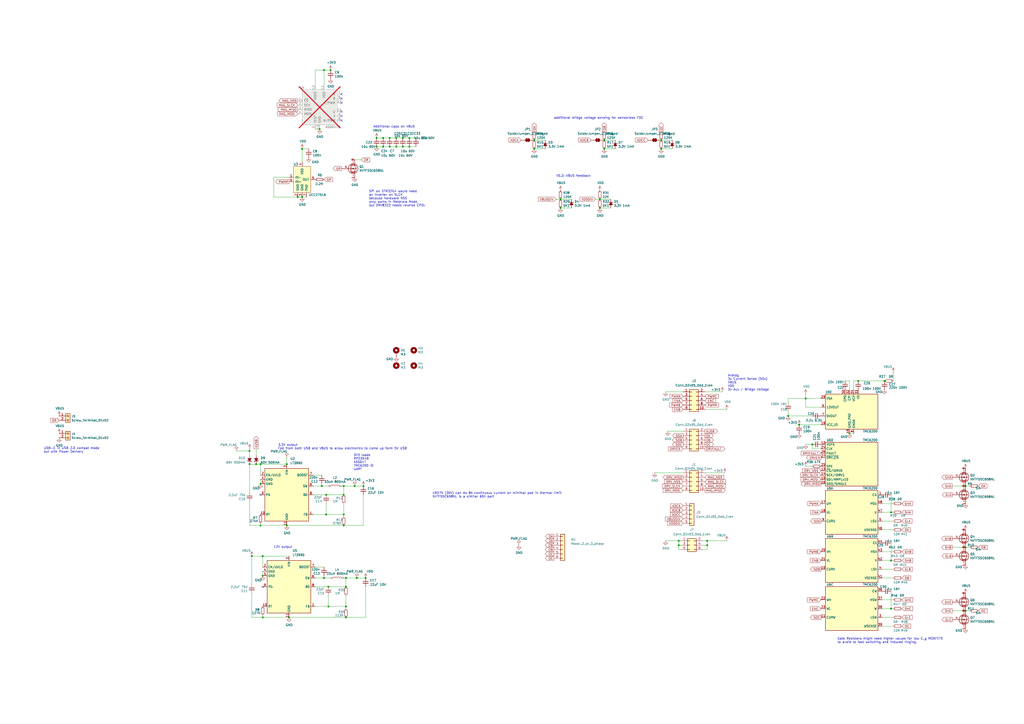
<source format=kicad_sch>
(kicad_sch (version 20250114) (generator "eeschema") (generator_version "9.0")
  (paper "A2")
  (title_block (title "smol-servo-tmc6200") (date "2022-12-18") (rev "V0.7.0") (company "InRobCo"))
  (text "3.3V output\nFed from both USB and VBUS to allow electronics to come up form 5V USB" (at 161.29 260.985 0) (effects (font (size 1.27 1.27)) (justify left bottom)))
  (text "Additional caps on VBUS" (at 216.535 74.295 0) (effects (font (size 1.27 1.27)) (justify left bottom)))
  (text "4937N (30V) can do 8A continuous current on minimal pad in thermal limit\nNVTFS5C658NL is a similar 60V part" (at 250.825 288.925 0) (effects (font (size 1.27 1.27)) (justify left bottom)))
  (text "12V output" (at 158.75 318.135 0) (effects (font (size 1.27 1.27)) (justify left bottom)))
  (text "3V3 loads\nRP2354B\nAS5047\nTMC6200 IO\nUART" (at 205.105 273.05 0) (effects (font (size 1.27 1.27)) (justify left bottom)))
  (text "additional bridge voltage sensing for sensorless FOC" (at 321.31 69.215 0) (effects (font (size 1.27 1.27)) (justify left bottom)))
  (text "V0.2: VBUS feedback" (at 322.58 102.87 0) (effects (font (size 1.27 1.27)) (justify left bottom)))
  (text "Analog\n3x Current Sense (SOx)\nVBUS\nVDD\n3x Aux / Bridge Voltage" (at 422.148 226.822 0) (effects (font (size 1.27 1.27)) (justify left bottom)))
  (text "Gate Resistors might need higher values for low C_g MOSFETS\nto avoid to fast switching and induced ringing." (at 485.775 373.38 0) (effects (font (size 1.27 1.27)) (justify left bottom)))
  (text "SPI on STM32G4 would need \nan inverter on SLCK\nbecause hardware NSS \nonly works in Motorola Mode,\nbut DRV8323 needs reverse CPOL" (at 213.995 120.015 0) (effects (font (size 1.27 1.27)) (justify left bottom)))
  (text "USB-C in USB 2.0 compat mode\nbut with Power Delivery" (at 25.4 262.89 0) (effects (font (size 1.27 1.27)) (justify left bottom)))
  (junction (at 347.98 120.65))
  (junction (at 172.72 114.3))
  (junction (at 151.13 269.24))
  (junction (at 560.07 281.94))
  (junction (at 226.06 80.01))
  (junction (at 513.08 220.98))
  (junction (at 200.66 340.36))
  (junction (at 410.21 316.23))
  (junction (at 152.4 358.14))
  (junction (at 492.76 251.46))
  (junction (at 186.69 281.94))
  (junction (at 190.5 351.79))
  (junction (at 218.44 80.01))
  (junction (at 350.52 86.36))
  (junction (at 237.49 85.09))
  (junction (at 175.26 114.3))
  (junction (at 199.39 281.94))
  (junction (at 187.96 335.28))
  (junction (at 229.87 85.09))
  (junction (at 152.4 322.58))
  (junction (at 222.25 85.09))
  (junction (at 200.66 358.14))
  (junction (at 207.01 335.28))
  (junction (at 144.78 269.24))
  (junction (at 237.49 80.01))
  (junction (at 146.05 322.58))
  (junction (at 309.88 86.36))
  (junction (at 166.37 269.24))
  (junction (at 199.39 298.45))
  (junction (at 210.82 281.94))
  (junction (at 233.68 85.09))
  (junction (at 226.06 85.09))
  (junction (at 347.98 115.57))
  (junction (at 516.89 353.06))
  (junction (at 560.07 317.5))
  (junction (at 471.17 257.81))
  (junction (at 200.66 335.28))
  (junction (at 189.23 298.45))
  (junction (at 151.13 304.8))
  (junction (at 393.7 316.23))
  (junction (at 151.13 280.67))
  (junction (at 229.87 80.01))
  (junction (at 190.5 340.36))
  (junction (at 205.74 281.94))
  (junction (at 383.54 81.28))
  (junction (at 393.7 313.69))
  (junction (at 410.21 313.69))
  (junction (at 187.96 40.64))
  (junction (at 199.39 287.02))
  (junction (at 212.09 335.28))
  (junction (at 309.88 81.28))
  (junction (at 457.2 241.3))
  (junction (at 148.59 269.24))
  (junction (at 350.52 81.28))
  (junction (at 199.39 304.8))
  (junction (at 497.84 220.98))
  (junction (at 383.54 86.36))
  (junction (at 325.12 115.57))
  (junction (at 175.26 86.36))
  (junction (at 463.55 246.38))
  (junction (at 516.89 325.12))
  (junction (at 325.12 120.65))
  (junction (at 467.36 231.14))
  (junction (at 189.23 287.02))
  (junction (at 185.42 74.93))
  (junction (at 233.68 80.01))
  (junction (at 218.44 85.09))
  (junction (at 144.78 261.62))
  (junction (at 222.25 80.01))
  (junction (at 166.37 304.8))
  (junction (at 152.4 334.01))
  (junction (at 191.77 40.64))
  (junction (at 560.07 354.33))
  (junction (at 167.64 358.14))
  (junction (at 516.89 297.18))
  (junction (at 200.66 351.79))
  (no_connect (at 198.12 54.61))
  (no_connect (at 198.12 64.77))
  (no_connect (at 151.13 287.02))
  (no_connect (at 152.4 340.36))
  (no_connect (at 198.12 67.31))
  (no_connect (at 198.12 69.85))
  (no_connect (at 198.12 57.15))
  (no_connect (at 198.12 59.69))
  (wire (pts (xy 233.68 85.09) (xy 237.49 85.09)))
  (wire (pts (xy 190.5 340.36) (xy 200.66 340.36)))
  (wire (pts (xy 167.64 358.14) (xy 200.66 358.14)))
  (wire (pts (xy 379.73 274.32) (xy 396.24 274.32)))
  (wire (pts (xy 331.47 115.57) (xy 325.12 115.57)))
  (wire (pts (xy 166.37 304.8) (xy 151.13 304.8)))
  (wire (pts (xy 476.25 236.22) (xy 467.36 236.22)))
  (wire (pts (xy 497.84 220.98) (xy 513.08 220.98)))
  (wire (pts (xy 199.39 281.94) (xy 199.39 287.02)))
  (wire (pts (xy 492.76 220.98) (xy 492.76 226.06)))
  (wire (pts (xy 410.21 318.77) (xy 410.21 316.23)))
  (wire (pts (xy 200.66 345.44) (xy 200.66 351.79)))
  (wire (pts (xy 511.81 325.12) (xy 516.89 325.12)))
  (wire (pts (xy 408.94 274.32) (xy 420.37 274.32)))
  (wire (pts (xy 407.67 316.23) (xy 410.21 316.23)))
  (wire (pts (xy 189.23 298.45) (xy 199.39 298.45)))
  (wire (pts (xy 237.49 80.01) (xy 241.3 80.01)))
  (wire (pts (xy 218.44 80.01) (xy 222.25 80.01)))
  (wire (pts (xy 387.35 250.19) (xy 396.24 250.19)))
  (wire (pts (xy 226.06 85.09) (xy 229.87 85.09)))
  (wire (pts (xy 175.26 86.36) (xy 179.07 86.36)))
  (wire (pts (xy 393.7 316.23) (xy 393.7 313.69)))
  (wire (pts (xy 182.88 351.79) (xy 190.5 351.79)))
  (wire (pts (xy 562.61 317.5) (xy 560.07 317.5)))
  (wire (pts (xy 552.45 281.94) (xy 560.07 281.94)))
  (wire (pts (xy 457.2 231.14) (xy 467.36 231.14)))
  (wire (pts (xy 229.87 80.01) (xy 233.68 80.01)))
  (wire (pts (xy 177.8 114.3) (xy 175.26 114.3)))
  (wire (pts (xy 144.78 261.62) (xy 144.78 264.16)))
  (wire (pts (xy 471.17 260.35) (xy 476.25 260.35)))
  (wire (pts (xy 191.77 40.64) (xy 187.96 40.64)))
  (wire (pts (xy 457.2 238.76) (xy 457.2 241.3)))
  (wire (pts (xy 185.42 74.93) (xy 182.88 74.93)))
  (wire (pts (xy 511.81 335.28) (xy 518.16 335.28)))
  (wire (pts (xy 158.75 102.87) (xy 158.75 114.3)))
  (wire (pts (xy 552.45 354.33) (xy 560.07 354.33)))
  (wire (pts (xy 189.23 287.02) (xy 199.39 287.02)))
  (wire (pts (xy 222.25 85.09) (xy 218.44 85.09)))
  (wire (pts (xy 144.78 290.83) (xy 144.78 304.8)))
  (wire (pts (xy 467.36 270.51) (xy 471.17 270.51)))
  (wire (pts (xy 199.39 292.1) (xy 199.39 298.45)))
  (wire (pts (xy 490.22 220.98) (xy 492.76 220.98)))
  (wire (pts (xy 516.89 287.02) (xy 516.89 297.18)))
  (wire (pts (xy 229.87 85.09) (xy 233.68 85.09)))
  (wire (pts (xy 144.78 269.24) (xy 148.59 269.24)))
  (wire (pts (xy 146.05 344.17) (xy 146.05 358.14)))
  (wire (pts (xy 182.88 335.28) (xy 187.96 335.28)))
  (wire (pts (xy 199.39 304.8) (xy 210.82 304.8)))
  (wire (pts (xy 516.89 325.12) (xy 518.16 325.12)))
  (wire (pts (xy 199.39 335.28) (xy 200.66 335.28)))
  (wire (pts (xy 237.49 85.09) (xy 241.3 85.09)))
  (wire (pts (xy 222.25 80.01) (xy 226.06 80.01)))
  (wire (pts (xy 181.61 287.02) (xy 189.23 287.02)))
  (wire (pts (xy 151.13 304.8) (xy 151.13 303.53)))
  (wire (pts (xy 212.09 340.36) (xy 212.09 358.14)))
  (wire (pts (xy 137.16 261.62) (xy 144.78 261.62)))
  (wire (pts (xy 495.3 220.98) (xy 495.3 226.06)))
  (wire (pts (xy 152.4 331.47) (xy 152.4 334.01)))
  (wire (pts (xy 511.81 292.1) (xy 518.16 292.1)))
  (wire (pts (xy 199.39 298.45) (xy 199.39 299.72)))
  (wire (pts (xy 394.97 318.77) (xy 393.7 318.77)))
  (wire (pts (xy 386.08 227.33) (xy 396.24 227.33)))
  (wire (pts (xy 144.78 260.35) (xy 144.78 261.62)))
  (wire (pts (xy 207.01 335.28) (xy 212.09 335.28)))
  (wire (pts (xy 148.59 260.35) (xy 148.59 264.16)))
  (wire (pts (xy 210.82 287.02) (xy 210.82 304.8)))
  (wire (pts (xy 389.89 81.28) (xy 383.54 81.28)))
  (wire (pts (xy 187.96 334.01) (xy 187.96 335.28)))
  (wire (pts (xy 166.37 265.43) (xy 166.37 269.24)))
  (wire (pts (xy 199.39 281.94) (xy 205.74 281.94)))
  (wire (pts (xy 166.37 304.8) (xy 199.39 304.8)))
  (wire (pts (xy 463.55 246.38) (xy 476.25 246.38)))
  (wire (pts (xy 467.36 228.6) (xy 467.36 231.14)))
  (wire (pts (xy 167.64 102.87) (xy 158.75 102.87)))
  (wire (pts (xy 181.61 281.94) (xy 186.69 281.94)))
  (wire (pts (xy 182.88 40.64) (xy 187.96 40.64)))
  (wire (pts (xy 181.61 298.45) (xy 189.23 298.45)))
  (wire (pts (xy 467.36 236.22) (xy 467.36 231.14)))
  (wire (pts (xy 146.05 322.58) (xy 152.4 322.58)))
  (wire (pts (xy 151.13 278.13) (xy 151.13 280.67)))
  (wire (pts (xy 151.13 269.24) (xy 151.13 275.59)))
  (wire (pts (xy 457.2 231.14) (xy 457.2 233.68)))
  (wire (pts (xy 186.69 281.94) (xy 190.5 281.94)))
  (wire (pts (xy 233.68 80.01) (xy 237.49 80.01)))
  (wire (pts (xy 407.67 318.77) (xy 410.21 318.77)))
  (wire (pts (xy 511.81 330.2) (xy 518.16 330.2)))
  (wire (pts (xy 322.58 115.57) (xy 325.12 115.57)))
  (wire (pts (xy 144.78 304.8) (xy 151.13 304.8)))
  (wire (pts (xy 190.5 351.79) (xy 200.66 351.79)))
  (wire (pts (xy 354.33 115.57) (xy 347.98 115.57)))
  (wire (pts (xy 516.89 314.96) (xy 516.89 325.12)))
  (wire (pts (xy 410.21 313.69) (xy 410.21 316.23)))
  (wire (pts (xy 200.66 335.28) (xy 207.01 335.28)))
  (wire (pts (xy 516.89 353.06) (xy 518.16 353.06)))
  (wire (pts (xy 511.81 307.34) (xy 518.16 307.34)))
  (wire (pts (xy 552.45 317.5) (xy 560.07 317.5)))
  (wire (pts (xy 198.12 281.94) (xy 199.39 281.94)))
  (wire (pts (xy 347.98 120.65) (xy 354.33 120.65)))
  (wire (pts (xy 222.25 85.09) (xy 226.06 85.09)))
  (wire (pts (xy 182.88 340.36) (xy 190.5 340.36)))
  (wire (pts (xy 181.61 275.59) (xy 186.69 275.59)))
  (wire (pts (xy 471.17 257.81) (xy 471.17 260.35)))
  (wire (pts (xy 511.81 358.14) (xy 518.16 358.14)))
  (wire (pts (xy 408.94 237.49) (xy 421.64 237.49)))
  (wire (pts (xy 186.69 280.67) (xy 186.69 281.94)))
  (wire (pts (xy 151.13 269.24) (xy 166.37 269.24)))
  (wire (pts (xy 146.05 339.09) (xy 146.05 322.58)))
  (wire (pts (xy 560.07 354.33) (xy 562.61 354.33)))
  (wire (pts (xy 209.55 92.71) (xy 205.74 92.71)))
  (wire (pts (xy 511.81 297.18) (xy 516.89 297.18)))
  (wire (pts (xy 167.64 358.14) (xy 152.4 358.14)))
  (wire (pts (xy 200.66 351.79) (xy 200.66 353.06)))
  (wire (pts (xy 511.81 302.26) (xy 518.16 302.26)))
  (wire (pts (xy 187.96 335.28) (xy 191.77 335.28)))
  (wire (pts (xy 189.23 292.1) (xy 189.23 298.45)))
  (wire (pts (xy 511.81 347.98) (xy 518.16 347.98)))
  (wire (pts (xy 457.2 241.3) (xy 471.17 241.3)))
  (wire (pts (xy 393.7 313.69) (xy 394.97 313.69)))
  (wire (pts (xy 410.21 313.69) (xy 421.64 313.69)))
  (wire (pts (xy 492.76 251.46) (xy 495.3 251.46)))
  (wire (pts (xy 407.67 313.69) (xy 410.21 313.69)))
  (wire (pts (xy 148.59 269.24) (xy 151.13 269.24)))
  (wire (pts (xy 516.89 297.18) (xy 518.16 297.18)))
  (wire (pts (xy 172.72 114.3) (xy 175.26 114.3)))
  (wire (pts (xy 144.78 285.75) (xy 144.78 269.24)))
  (wire (pts (xy 200.66 335.28) (xy 200.66 340.36)))
  (wire (pts (xy 518.16 215.9) (xy 518.16 220.98)))
  (wire (pts (xy 408.94 227.33) (xy 419.1 227.33)))
  (wire (pts (xy 467.36 257.81) (xy 471.17 257.81)))
  (wire (pts (xy 345.44 115.57) (xy 347.98 115.57)))
  (wire (pts (xy 516.89 342.9) (xy 516.89 353.06)))
  (wire (pts (xy 511.81 363.22) (xy 518.16 363.22)))
  (wire (pts (xy 394.97 316.23) (xy 393.7 316.23)))
  (wire (pts (xy 182.88 328.93) (xy 187.96 328.93)))
  (wire (pts (xy 325.12 120.65) (xy 331.47 120.65)))
  (wire (pts (xy 200.66 358.14) (xy 212.09 358.14)))
  (wire (pts (xy 350.52 86.36) (xy 356.87 86.36)))
  (wire (pts (xy 226.06 80.01) (xy 229.87 80.01)))
  (wire (pts (xy 152.4 322.58) (xy 152.4 328.93)))
  (wire (pts (xy 187.96 40.64) (xy 187.96 49.53)))
  (wire (pts (xy 190.5 345.44) (xy 190.5 351.79)))
  (wire (pts (xy 182.88 49.53) (xy 182.88 40.64)))
  (wire (pts (xy 205.74 281.94) (xy 210.82 281.94)))
  (wire (pts (xy 386.08 313.69) (xy 393.7 313.69)))
  (wire (pts (xy 511.81 320.04) (xy 518.16 320.04)))
  (wire (pts (xy 383.54 86.36) (xy 389.89 86.36)))
  (wire (pts (xy 175.26 86.36) (xy 175.26 93.98)))
  (wire (pts (xy 146.05 358.14) (xy 152.4 358.14)))
  (wire (pts (xy 497.84 220.98) (xy 495.3 220.98)))
  (wire (pts (xy 316.23 81.28) (xy 309.88 81.28)))
  (wire (pts (xy 393.7 316.23) (xy 393.7 318.77)))
  (wire (pts (xy 356.87 81.28) (xy 350.52 81.28)))
  (wire (pts (xy 152.4 358.14) (xy 152.4 356.87)))
  (wire (pts (xy 562.61 281.94) (xy 560.07 281.94)))
  (wire (pts (xy 158.75 114.3) (xy 172.72 114.3)))
  (wire (pts (xy 511.81 353.06) (xy 516.89 353.06)))
  (wire (pts (xy 309.88 86.36) (xy 316.23 86.36)))
  (wire (pts (xy 152.4 322.58) (xy 167.64 322.58)))
  (wire (pts (xy 467.36 231.14) (xy 476.25 231.14)))
  (global_label "VUSB" (shape output) (at 148.59 260.35 90) (property "Intersheetrefs" "${INTERSHEET_REFS}" (effects (hide yes))))
  (global_label "GLC" (shape input) (at 523.24 358.14 0) (property "Intersheetrefs" "${INTERSHEET_REFS}" (effects (hide yes))))
  (global_label "SHB" (shape output) (at 552.45 317.5 180) (property "Intersheetrefs" "${INTERSHEET_REFS}" (effects (hide yes))))
  (global_label "GHA" (shape output) (at 552.45 276.86 180) (property "Intersheetrefs" "${INTERSHEET_REFS}" (effects (hide yes))))
  (global_label "VDDDIV" (shape input) (at 396.24 303.53 180) (property "Intersheetrefs" "${INTERSHEET_REFS}" (effects (hide yes))))
  (global_label "ADCA" (shape input) (at 302.26 81.28 180) (property "Intersheetrefs" "${INTERSHEET_REFS}" (effects (hide yes))))
  (global_label "SOB" (shape output) (at 476.25 330.2 180) (property "Intersheetrefs" "${INTERSHEET_REFS}" (effects (hide yes))))
  (global_label "PWMA" (shape input) (at 396.24 229.87 180) (property "Intersheetrefs" "${INTERSHEET_REFS}" (effects (hide yes))))
  (global_label "GHC" (shape input) (at 523.24 347.98 0) (property "Intersheetrefs" "${INTERSHEET_REFS}" (effects (hide yes))))
  (global_label "SOB" (shape output) (at 396.24 255.27 180) (property "Intersheetrefs" "${INTERSHEET_REFS}" (effects (hide yes))))
  (global_label "ADCB" (shape input) (at 342.9 81.28 180) (property "Intersheetrefs" "${INTERSHEET_REFS}" (effects (hide yes))))
  (global_label "OC" (shape output) (at 321.31 321.31 180) (property "Intersheetrefs" "${INTERSHEET_REFS}" (effects (hide yes))))
  (global_label "OC" (shape input) (at 567.69 354.33 0) (property "Intersheetrefs" "${INTERSHEET_REFS}" (effects (hide yes))))
  (global_label "GHB" (shape input) (at 523.24 320.04 0) (property "Intersheetrefs" "${INTERSHEET_REFS}" (effects (hide yes))))
  (global_label "PWMR" (shape input) (at 408.94 234.95 0) (property "Intersheetrefs" "${INTERSHEET_REFS}" (effects (hide yes))))
  (global_label "OB" (shape output) (at 321.31 318.77 180) (property "Intersheetrefs" "${INTERSHEET_REFS}" (effects (hide yes))))
  (global_label "MAG_SLCK" (shape input) (at 408.94 279.4 0) (property "Intersheetrefs" "${INTERSHEET_REFS}" (effects (hide yes))))
  (global_label "GLC" (shape output) (at 552.45 359.41 180) (property "Intersheetrefs" "${INTERSHEET_REFS}" (effects (hide yes))))
  (global_label "GHB" (shape output) (at 552.45 312.42 180) (property "Intersheetrefs" "${INTERSHEET_REFS}" (effects (hide yes))))
  (global_label "GLB" (shape input) (at 523.24 330.2 0) (property "Intersheetrefs" "${INTERSHEET_REFS}" (effects (hide yes))))
  (global_label "DRV_MISO" (shape output) (at 476.25 280.67 180) (property "Intersheetrefs" "${INTERSHEET_REFS}" (effects (hide yes))))
  (global_label "OA" (shape output) (at 309.88 76.2 90) (property "Intersheetrefs" "${INTERSHEET_REFS}" (effects (hide yes))))
  (global_label "DRV_NSS" (shape input) (at 476.25 273.05 180) (property "Intersheetrefs" "${INTERSHEET_REFS}" (effects (hide yes))))
  (global_label "ENC" (shape input) (at 476.25 353.06 180) (property "Intersheetrefs" "${INTERSHEET_REFS}" (effects (hide yes))))
  (global_label "PWMB" (shape input) (at 476.25 320.04 180) (property "Intersheetrefs" "${INTERSHEET_REFS}" (effects (hide yes))))
  (global_label "VBUSDIV" (shape input) (at 396.24 300.99 180) (property "Intersheetrefs" "${INTERSHEET_REFS}" (effects (hide yes))))
  (global_label "VBUSDIV" (shape input) (at 322.58 115.57 180) (property "Intersheetrefs" "${INTERSHEET_REFS}" (effects (hide yes))))
  (global_label "MAG_MOSI" (shape input) (at 408.94 281.94 0) (property "Intersheetrefs" "${INTERSHEET_REFS}" (effects (hide yes))))
  (global_label "PWMC" (shape input) (at 476.25 347.98 180) (property "Intersheetrefs" "${INTERSHEET_REFS}" (effects (hide yes))))
  (global_label "PWMR" (shape output) (at 167.64 105.41 180) (property "Intersheetrefs" "${INTERSHEET_REFS}" (effects (hide yes))))
  (global_label "OC" (shape output) (at 321.31 323.85 180) (property "Intersheetrefs" "${INTERSHEET_REFS}" (effects (hide yes))))
  (global_label "SHA" (shape output) (at 552.45 281.94 180) (property "Intersheetrefs" "${INTERSHEET_REFS}" (effects (hide yes))))
  (global_label "DRV_SLCK" (shape input) (at 396.24 281.94 180) (property "Intersheetrefs" "${INTERSHEET_REFS}" (effects (hide yes))))
  (global_label "MAG_MISO" (shape output) (at 408.94 284.48 0) (property "Intersheetrefs" "${INTERSHEET_REFS}" (effects (hide yes))))
  (global_label "ADCA" (shape input) (at 396.24 293.37 180) (property "Intersheetrefs" "${INTERSHEET_REFS}" (effects (hide yes))))
  (global_label "OR" (shape input) (at 209.55 92.71 0) (property "Intersheetrefs" "${INTERSHEET_REFS}" (effects (hide yes))))
  (global_label "GHA" (shape input) (at 523.24 292.1 0) (property "Intersheetrefs" "${INTERSHEET_REFS}" (effects (hide yes))))
  (global_label "PWMC" (shape input) (at 408.94 229.87 0) (property "Intersheetrefs" "${INTERSHEET_REFS}" (effects (hide yes))))
  (global_label "MAG_NSS" (shape input) (at 408.94 276.86 0) (property "Intersheetrefs" "${INTERSHEET_REFS}" (effects (hide yes))))
  (global_label "DRVEN" (shape input) (at 396.24 260.35 180) (property "Intersheetrefs" "${INTERSHEET_REFS}" (effects (hide yes))))
  (global_label "ENA" (shape input) (at 476.25 297.18 180) (property "Intersheetrefs" "${INTERSHEET_REFS}" (effects (hide yes))))
  (global_label "PWMA" (shape input) (at 476.25 292.1 180) (property "Intersheetrefs" "${INTERSHEET_REFS}" (effects (hide yes))))
  (global_label "MAG_SLCK" (shape input) (at 172.72 60.96 180) (property "Intersheetrefs" "${INTERSHEET_REFS}" (effects (hide yes))))
  (global_label "OB" (shape input) (at 523.24 335.28 0) (property "Intersheetrefs" "${INTERSHEET_REFS}" (effects (hide yes))))
  (global_label "GLB" (shape output) (at 552.45 322.58 180) (property "Intersheetrefs" "${INTERSHEET_REFS}" (effects (hide yes))))
  (global_label "GHC" (shape output) (at 552.45 349.25 180) (property "Intersheetrefs" "${INTERSHEET_REFS}" (effects (hide yes))))
  (global_label "OA" (shape output) (at 321.31 311.15 180) (property "Intersheetrefs" "${INTERSHEET_REFS}" (effects (hide yes))))
  (global_label "ENB" (shape input) (at 476.25 325.12 180) (property "Intersheetrefs" "${INTERSHEET_REFS}" (effects (hide yes))))
  (global_label "GLA" (shape output) (at 552.45 287.02 180) (property "Intersheetrefs" "${INTERSHEET_REFS}" (effects (hide yes))))
  (global_label "OC" (shape output) (at 383.54 76.2 90) (property "Intersheetrefs" "${INTERSHEET_REFS}" (effects (hide yes))))
  (global_label "SHC" (shape output) (at 552.45 354.33 180) (property "Intersheetrefs" "${INTERSHEET_REFS}" (effects (hide yes))))
  (global_label "DRV_MISO" (shape output) (at 396.24 276.86 180) (property "Intersheetrefs" "${INTERSHEET_REFS}" (effects (hide yes))))
  (global_label "MAG_MISO" (shape output) (at 172.72 63.5 180) (property "Intersheetrefs" "${INTERSHEET_REFS}" (effects (hide yes))))
  (global_label "DRV_MOSI" (shape input) (at 396.24 284.48 180) (property "Intersheetrefs" "${INTERSHEET_REFS}" (effects (hide yes))))
  (global_label "SOA" (shape output) (at 476.25 302.26 180) (property "Intersheetrefs" "${INTERSHEET_REFS}" (effects (hide yes))))
  (global_label "MAG_NSS" (shape output) (at 172.72 58.42 180) (property "Intersheetrefs" "${INTERSHEET_REFS}" (effects (hide yes))))
  (global_label "SHC" (shape input) (at 523.24 353.06 0) (property "Intersheetrefs" "${INTERSHEET_REFS}" (effects (hide yes))))
  (global_label "SOC" (shape output) (at 476.25 358.14 180) (property "Intersheetrefs" "${INTERSHEET_REFS}" (effects (hide yes))))
  (global_label "OA" (shape input) (at 523.24 307.34 0) (property "Intersheetrefs" "${INTERSHEET_REFS}" (effects (hide yes))))
  (global_label "MAG_MOSI" (shape input) (at 172.72 66.04 180) (property "Intersheetrefs" "${INTERSHEET_REFS}" (effects (hide yes))))
  (global_label "ENC" (shape input) (at 408.94 232.41 0) (property "Intersheetrefs" "${INTERSHEET_REFS}" (effects (hide yes))))
  (global_label "VUSB" (shape output) (at 408.94 250.19 0) (property "Intersheetrefs" "${INTERSHEET_REFS}" (effects (hide yes))))
  (global_label "DRVFAULT" (shape output) (at 408.94 260.35 0) (property "Intersheetrefs" "${INTERSHEET_REFS}" (effects (hide yes))))
  (global_label "SOC" (shape output) (at 396.24 257.81 180) (property "Intersheetrefs" "${INTERSHEET_REFS}" (effects (hide yes))))
  (global_label "GR" (shape output) (at 198.12 97.79 180) (property "Intersheetrefs" "${INTERSHEET_REFS}" (effects (hide yes))))
  (global_label "ADCB" (shape input) (at 396.24 295.91 180) (property "Intersheetrefs" "${INTERSHEET_REFS}" (effects (hide yes))))
  (global_label "SHB" (shape input) (at 523.24 325.12 0) (property "Intersheetrefs" "${INTERSHEET_REFS}" (effects (hide yes))))
  (global_label "GLA" (shape input) (at 523.24 302.26 0) (property "Intersheetrefs" "${INTERSHEET_REFS}" (effects (hide yes))))
  (global_label "OR" (shape input) (at 34.29 243.84 180) (property "Intersheetrefs" "${INTERSHEET_REFS}" (effects (hide yes))))
  (global_label "OC" (shape output) (at 408.94 257.81 0) (property "Intersheetrefs" "${INTERSHEET_REFS}" (effects (hide yes))))
  (global_label "OC" (shape input) (at 523.24 363.22 0) (property "Intersheetrefs" "${INTERSHEET_REFS}" (effects (hide yes))))
  (global_label "SOA" (shape output) (at 396.24 252.73 180) (property "Intersheetrefs" "${INTERSHEET_REFS}" (effects (hide yes))))
  (global_label "VDDDIV" (shape input) (at 345.44 115.57 180) (property "Intersheetrefs" "${INTERSHEET_REFS}" (effects (hide yes))))
  (global_label "SHA" (shape input) (at 523.24 297.18 0) (property "Intersheetrefs" "${INTERSHEET_REFS}" (effects (hide yes))))
  (global_label "DRV_NSS" (shape input) (at 396.24 279.4 180) (property "Intersheetrefs" "${INTERSHEET_REFS}" (effects (hide yes))))
  (global_label "DRVEN" (shape output) (at 476.25 265.43 180) (property "Intersheetrefs" "${INTERSHEET_REFS}" (effects (hide yes))))
  (global_label "OA" (shape output) (at 408.94 252.73 0) (property "Intersheetrefs" "${INTERSHEET_REFS}" (effects (hide yes))))
  (global_label "OA" (shape input) (at 567.69 281.94 0) (property "Intersheetrefs" "${INTERSHEET_REFS}" (effects (hide yes))))
  (global_label "DRVFAULT" (shape input) (at 476.25 262.89 180) (property "Intersheetrefs" "${INTERSHEET_REFS}" (effects (hide yes))))
  (global_label "OA" (shape output) (at 321.31 313.69 180) (property "Intersheetrefs" "${INTERSHEET_REFS}" (effects (hide yes))))
  (global_label "PWMB" (shape input) (at 396.24 234.95 180) (property "Intersheetrefs" "${INTERSHEET_REFS}" (effects (hide yes))))
  (global_label "OB" (shape input) (at 567.69 317.5 0) (property "Intersheetrefs" "${INTERSHEET_REFS}" (effects (hide yes))))
  (global_label "DRV_SLCK" (shape input) (at 476.25 275.59 180) (property "Intersheetrefs" "${INTERSHEET_REFS}" (effects (hide yes))))
  (global_label "GR" (shape input) (at 187.96 104.14 0) (property "Intersheetrefs" "${INTERSHEET_REFS}" (effects (hide yes))))
  (global_label "ADCC" (shape input) (at 396.24 298.45 180) (property "Intersheetrefs" "${INTERSHEET_REFS}" (effects (hide yes))))
  (global_label "OB" (shape output) (at 321.31 316.23 180) (property "Intersheetrefs" "${INTERSHEET_REFS}" (effects (hide yes))))
  (global_label "OB" (shape output) (at 350.52 76.2 90) (property "Intersheetrefs" "${INTERSHEET_REFS}" (effects (hide yes))))
  (global_label "OB" (shape output) (at 408.94 255.27 0) (property "Intersheetrefs" "${INTERSHEET_REFS}" (effects (hide yes))))
  (global_label "ADCC" (shape input) (at 375.92 81.28 180) (property "Intersheetrefs" "${INTERSHEET_REFS}" (effects (hide yes))))
  (global_label "ENB" (shape input) (at 396.24 237.49 180) (property "Intersheetrefs" "${INTERSHEET_REFS}" (effects (hide yes))))
  (global_label "ENA" (shape input) (at 396.24 232.41 180) (property "Intersheetrefs" "${INTERSHEET_REFS}" (effects (hide yes))))
  (global_label "DRV_MOSI" (shape input) (at 476.25 278.13 180) (property "Intersheetrefs" "${INTERSHEET_REFS}" (effects (hide yes))))
  (symbol (lib_id "stm32-nema17:AS5047D") (at 185.42 62.23 0) (unit 1) (dnp yes)
    (property "Reference" "U4" (at 175.26 50.8 0))
    (property "Value" "AS5047D" (at 193.04 73.66 0))
    (property "Footprint" "stm32-nema17:TSSOP-14_4.4x5mm_P0.65mm-inlaid" (effects (hide yes)))
    (property "Datasheet" "https://ams.com/documents/20143/36005/AS5047D_DS000394_2-00.pdf/c7225c06-112f-82c5-4471-17a2711a7f0e" (effects (hide yes)))
    (property "MPN" "AS5047D" (effects (hide yes)))
  )
  (symbol (lib_id "Device:C_Small") (at 191.77 43.18 0) (unit 1)
    (property "Reference" "C9" (at 194.1068 42.0116 0) (effects (justify left)))
    (property "Value" "100n" (at 194.1068 44.323 0) (effects (justify left)))
    (property "Footprint" "Capacitor_SMD:C_0402_1005Metric" (effects (hide yes)))
    (property "MPN" "CC0402KRX5R8BB104" (effects (hide yes)))
    (property "JLCPCB" "C5137468" (effects (hide yes)))
  )
  (symbol (lib_id "power:GND") (at 185.42 74.93 0) (unit 1)
    (property "Reference" "#PWR029" (effects (hide yes)))
    (property "Value" "GND" (at 185.547 79.3242 0))
    (property "Description" "Power symbol creates a global label with name \"GND\" , ground" (effects (hide yes)))
  )
  (symbol (lib_id "power:GND") (at 191.77 45.72 0) (unit 1)
    (property "Reference" "#PWR031" (effects (hide yes)))
    (property "Value" "GND" (at 191.897 50.1142 0))
    (property "Description" "Power symbol creates a global label with name \"GND\" , ground" (effects (hide yes)))
  )
  (symbol (lib_id "power:+3.3V") (at 191.77 40.64 0) (unit 1)
    (property "Reference" "#PWR030" (effects (hide yes)))
    (property "Value" "+3V3" (at 192.151 36.2458 0))
    (property "Description" "Power symbol creates a global label with name \"+3.3V\"" (effects (hide yes)))
  )
  (symbol (lib_id "Device:R_Small") (at 565.15 281.94 90) (unit 1)
    (property "Reference" "R9" (at 563.88 280.67 90) (effects (justify left)))
    (property "Value" "5m" (at 568.96 283.21 90) (effects (justify left)))
    (property "Footprint" "Resistor_SMD:R_1206_3216Metric" (effects (hide yes)))
    (property "Description" "Resistor, small symbol" (effects (hide yes)))
    (property "MPN" "PA1206FRF7W0R005L" (effects (hide yes)))
    (property "JLCPCB" "C875584" (effects (hide yes)))
  )
  (symbol (lib_id "Device:R_Small") (at 565.15 317.5 90) (unit 1)
    (property "Reference" "R10" (at 565.15 316.23 90) (effects (justify left)))
    (property "Value" "5m" (at 568.96 318.77 90) (effects (justify left)))
    (property "Footprint" "Resistor_SMD:R_1206_3216Metric" (effects (hide yes)))
    (property "Description" "Resistor, small symbol" (effects (hide yes)))
    (property "MPN" "PA1206FRF7W0R005L" (effects (hide yes)))
    (property "JLCPCB" "C875584" (effects (hide yes)))
  )
  (symbol (lib_id "Device:R_Small") (at 565.15 354.33 90) (unit 1)
    (property "Reference" "R11" (at 565.15 353.06 90) (effects (justify left)))
    (property "Value" "5m" (at 568.96 355.6 90) (effects (justify left)))
    (property "Footprint" "Resistor_SMD:R_1206_3216Metric" (effects (hide yes)))
    (property "Description" "Resistor, small symbol" (effects (hide yes)))
    (property "MPN" "PA1206FRF7W0R005L" (effects (hide yes)))
    (property "JLCPCB" "C875584" (effects (hide yes)))
  )
  (symbol (lib_id "power:VBUS") (at 560.07 307.34 0) (unit 1)
    (property "Reference" "#PWR055" (effects (hide yes)))
    (property "Value" "VBUS" (at 560.451 302.9458 0))
    (property "Description" "Power symbol creates a global label with name \"VBUS\"" (effects (hide yes)))
  )
  (symbol (lib_id "power:VBUS") (at 560.07 344.17 0) (unit 1)
    (property "Reference" "#PWR056" (effects (hide yes)))
    (property "Value" "VBUS" (at 560.451 339.7758 0))
    (property "Description" "Power symbol creates a global label with name \"VBUS\"" (effects (hide yes)))
  )
  (symbol (lib_id "stm32-nema17:Q_NMOS_WDFN8") (at 557.53 276.86 0) (unit 1)
    (property "Reference" "Q2" (at 562.7624 275.6916 0) (effects (justify left)))
    (property "Value" "NVTFS5C658NL" (at 562.7624 278.003 0) (effects (justify left)))
    (property "Footprint" "stm32-nema17:WDFN8" (effects (hide yes)))
    (property "MPN" "NVTFS5C658NL;NTTFS012N10MDTAG" (effects (hide yes)))
    (property "JLCPCB" "C5208924" (effects (hide yes)))
  )
  (symbol (lib_id "stm32-nema17:Q_NMOS_WDFN8") (at 557.53 287.02 0) (unit 1)
    (property "Reference" "Q3" (at 562.7624 285.8516 0) (effects (justify left)))
    (property "Value" "NVTFS5C658NL" (at 562.7624 288.163 0) (effects (justify left)))
    (property "Footprint" "stm32-nema17:WDFN8" (effects (hide yes)))
    (property "MPN" "NVTFS5C658NL;NTTFS012N10MDTAG" (effects (hide yes)))
    (property "JLCPCB" "C5208924" (effects (hide yes)))
  )
  (symbol (lib_id "power:VBUS") (at 560.07 271.78 0) (unit 1)
    (property "Reference" "#PWR047" (effects (hide yes)))
    (property "Value" "VBUS" (at 560.451 267.3858 0))
    (property "Description" "Power symbol creates a global label with name \"VBUS\"" (effects (hide yes)))
  )
  (symbol (lib_id "stm32-nema17:Q_NMOS_WDFN8") (at 557.53 312.42 0) (unit 1)
    (property "Reference" "Q4" (at 562.7624 311.2516 0) (effects (justify left)))
    (property "Value" "NVTFS5C658NL" (at 562.7624 313.563 0) (effects (justify left)))
    (property "Footprint" "stm32-nema17:WDFN8" (effects (hide yes)))
    (property "MPN" "NVTFS5C658NL;NTTFS012N10MDTAG" (effects (hide yes)))
    (property "JLCPCB" "C5208924" (effects (hide yes)))
  )
  (symbol (lib_id "stm32-nema17:Q_NMOS_WDFN8") (at 557.53 322.58 0) (unit 1)
    (property "Reference" "Q5" (at 562.7624 321.4116 0) (effects (justify left)))
    (property "Value" "NVTFS5C658NL" (at 562.7624 323.723 0) (effects (justify left)))
    (property "Footprint" "stm32-nema17:WDFN8" (effects (hide yes)))
    (property "MPN" "NVTFS5C658NL;NTTFS012N10MDTAG" (effects (hide yes)))
    (property "JLCPCB" "C5208924" (effects (hide yes)))
  )
  (symbol (lib_id "stm32-nema17:Q_NMOS_WDFN8") (at 557.53 349.25 0) (unit 1)
    (property "Reference" "Q6" (at 562.7624 348.0816 0) (effects (justify left)))
    (property "Value" "NVTFS5C658NL" (at 562.7624 350.393 0) (effects (justify left)))
    (property "Footprint" "stm32-nema17:WDFN8" (effects (hide yes)))
    (property "MPN" "NVTFS5C658NL;NTTFS012N10MDTAG" (effects (hide yes)))
    (property "JLCPCB" "C5208924" (effects (hide yes)))
  )
  (symbol (lib_id "stm32-nema17:Q_NMOS_WDFN8") (at 557.53 359.41 0) (unit 1)
    (property "Reference" "Q7" (at 562.7624 358.2416 0) (effects (justify left)))
    (property "Value" "NVTFS5C658NL" (at 562.7624 360.553 0) (effects (justify left)))
    (property "Footprint" "stm32-nema17:WDFN8" (effects (hide yes)))
    (property "MPN" "NVTFS5C658NL;NTTFS012N10MDTAG" (effects (hide yes)))
    (property "JLCPCB" "C5208924" (effects (hide yes)))
  )
  (symbol (lib_id "Connector_Generic:Conn_01x06") (at 326.39 316.23 0) (unit 1)
    (property "Reference" "M1" (at 331.1652 313.0804 0) (effects (justify left)))
    (property "Value" "Motor_2_or_3_phase" (at 331.1652 315.3918 0) (effects (justify left)))
    (property "Footprint" "Connector_PinHeader_2.54mm:PinHeader_1x06_P2.54mm_Vertical" (effects (hide yes)))
    (property "Datasheet" "http://www.infineon.com/dgdl/Application-Note-TLE8110EE_driving_UniPolarStepperMotor_V1.1.pdf?fileId=db3a30431be39b97011be5d0aa0a00b0" (effects (hide yes)))
  )
  (symbol (lib_id "Device:C_Small") (at 218.44 82.55 0) (unit 1)
    (property "Reference" "C23" (at 212.09 82.55 0) (effects (justify left)))
    (property "Value" "10u 60V" (at 209.55 85.09 0) (effects (justify left)))
    (property "Footprint" "Capacitor_SMD:C_1210_3225Metric" (effects (hide yes)))
    (property "MPN" "C3225X7R1N106K250AC;CGA6P1X7R1N106M250AC" (effects (hide yes)))
    (property "JLCPCB" "C5156756" (effects (hide yes)))
  )
  (symbol (lib_id "power:VBUS") (at 218.44 80.01 0) (unit 1)
    (property "Reference" "#PWR059" (effects (hide yes)))
    (property "Value" "VBUS" (at 218.821 75.6158 0))
    (property "Description" "Power symbol creates a global label with name \"VBUS\"" (effects (hide yes)))
  )
  (symbol (lib_id "power:GND") (at 218.44 85.09 0) (unit 1)
    (property "Reference" "#PWR060" (effects (hide yes)))
    (property "Value" "GND" (at 218.567 89.4842 0))
    (property "Description" "Power symbol creates a global label with name \"GND\" , ground" (effects (hide yes)))
  )
  (symbol (lib_id "Device:C_Small") (at 222.25 82.55 0) (unit 1)
    (property "Reference" "C24" (at 220.98 87.63 0) (effects (justify left)))
    (property "Value" "10u 60V" (at 220.98 90.17 0) (effects (justify left)))
    (property "Footprint" "Capacitor_SMD:C_1210_3225Metric" (effects (hide yes)))
    (property "MPN" "C3225X7R1N106K250AC;CGA6P1X7R1N106M250AC" (effects (hide yes)))
    (property "JLCPCB" "C5156756" (effects (hide yes)))
  )
  (symbol (lib_id "Connector:Screw_Terminal_01x02") (at 39.37 251.46 0) (unit 1)
    (property "Reference" "J4" (at 41.402 251.6632 0) (effects (justify left)))
    (property "Value" "Screw_Terminal_01x02" (at 41.402 253.9746 0) (effects (justify left)))
    (property "Footprint" "TerminalBlock_Phoenix:TerminalBlock_Phoenix_PT-1,5-2-3.5-H_1x02_P3.50mm_Horizontal" (effects (hide yes)))
  )
  (symbol (lib_id "power:GND") (at 34.29 254 0) (unit 1)
    (property "Reference" "#PWR027" (effects (hide yes)))
    (property "Value" "GND" (at 34.417 258.3942 0))
    (property "Description" "Power symbol creates a global label with name \"GND\" , ground" (effects (hide yes)))
  )
  (symbol (lib_id "power:VBUS") (at 34.29 251.46 0) (unit 1)
    (property "Reference" "#PWR026" (effects (hide yes)))
    (property "Value" "VBUS" (at 34.671 247.0658 0))
    (property "Description" "Power symbol creates a global label with name \"VBUS\"" (effects (hide yes)))
  )
  (symbol (lib_id "stm32-nema17:Q_NMOS_WDFN8") (at 203.2 97.79 0) (unit 1)
    (property "Reference" "Q1" (at 208.4324 96.6216 0) (effects (justify left)))
    (property "Value" "NVTFS5C658NL" (at 208.4324 98.933 0) (effects (justify left)))
    (property "Footprint" "stm32-nema17:WDFN8" (effects (hide yes)))
    (property "MPN" "NVTFS5C658NL;NTTFS012N10MDTAG" (effects (hide yes)))
    (property "JLCPCB" "C5208924" (effects (hide yes)))
  )
  (symbol (lib_id "power:GND") (at 205.74 102.87 0) (unit 1)
    (property "Reference" "#PWR035" (effects (hide yes)))
    (property "Value" "GND" (at 205.867 107.2642 0))
    (property "Description" "Power symbol creates a global label with name \"GND\" , ground" (effects (hide yes)))
  )
  (symbol (lib_id "Connector:Screw_Terminal_01x02") (at 39.37 241.3 0) (unit 1)
    (property "Reference" "J5" (at 41.402 241.5032 0) (effects (justify left)))
    (property "Value" "Screw_Terminal_01x02" (at 41.402 243.8146 0) (effects (justify left)))
    (property "Footprint" "TerminalBlock_Phoenix:TerminalBlock_Phoenix_PT-1,5-2-3.5-H_1x02_P3.50mm_Horizontal" (effects (hide yes)))
  )
  (symbol (lib_id "power:VBUS") (at 34.29 241.3 0) (unit 1)
    (property "Reference" "#PWR034" (effects (hide yes)))
    (property "Value" "VBUS" (at 34.671 236.9058 0))
    (property "Description" "Power symbol creates a global label with name \"VBUS\"" (effects (hide yes)))
  )
  (symbol (lib_id "stm32-nema17:UCC27516") (at 175.26 104.14 0) (unit 1)
    (property "Reference" "U3" (at 170.18 95.25 0) (effects (justify left)))
    (property "Value" "UCC27516" (at 179.07 113.03 0) (effects (justify left)))
    (property "Footprint" "Package_SON:Texas_PWSON-N6" (effects (hide yes)))
    (property "MPN" "UCC27516" (effects (hide yes)))
    (property "JLCPCB" "C3655221" (effects (hide yes)))
  )
  (symbol (lib_id "power:GND") (at 175.26 114.3 0) (unit 1)
    (property "Reference" "#PWR023" (effects (hide yes)))
    (property "Value" "GND" (at 175.387 118.6942 0))
    (property "Description" "Power symbol creates a global label with name \"GND\" , ground" (effects (hide yes)))
  )
  (symbol (lib_id "Device:R_Small") (at 325.12 113.03 0) (unit 1)
    (property "Reference" "R28" (at 326.6186 111.8616 0) (effects (justify left)))
    (property "Value" "120K" (at 326.6186 114.173 0) (effects (justify left)))
    (property "Footprint" "Resistor_SMD:R_0402_1005Metric" (effects (hide yes)))
    (property "Description" "Resistor, small symbol" (effects (hide yes)))
    (property "MPN" "RC0402FR-07120KL" (effects (hide yes)))
    (property "JLCPCB" "C25750" (effects (hide yes)))
  )
  (symbol (lib_id "Device:R_Small") (at 325.12 118.11 0) (unit 1)
    (property "Reference" "R29" (at 326.6186 116.9416 0) (effects (justify left)))
    (property "Value" "5K1" (at 326.6186 119.253 0) (effects (justify left)))
    (property "Footprint" "Resistor_SMD:R_0402_1005Metric" (effects (hide yes)))
    (property "Description" "Resistor, small symbol" (effects (hide yes)))
    (property "MPN" "RC0402FR-075K1L" (effects (hide yes)))
    (property "JLCPCB" "C25905" (effects (hide yes)))
  )
  (symbol (lib_id "Device:C_Small") (at 179.07 88.9 180) (unit 1)
    (property "Reference" "C8" (at 181.4068 87.7316 0) (effects (justify right)))
    (property "Value" "100n" (at 181.4068 90.043 0) (effects (justify right)))
    (property "Footprint" "Capacitor_SMD:C_0402_1005Metric" (effects (hide yes)))
    (property "MPN" "CC0402KRX5R8BB104" (effects (hide yes)))
    (property "JLCPCB" "C5137468" (effects (hide yes)))
  )
  (symbol (lib_id "power:VBUS") (at 325.12 110.49 0) (unit 1)
    (property "Reference" "#PWR063" (effects (hide yes)))
    (property "Value" "VBUS" (at 325.501 106.0958 0))
    (property "Description" "Power symbol creates a global label with name \"VBUS\"" (effects (hide yes)))
  )
  (symbol (lib_id "Device:D_Zener_Small_Filled") (at 331.47 118.11 270) (unit 1)
    (property "Reference" "D4" (at 333.1972 116.9416 90) (effects (justify left)))
    (property "Value" "3.3V 1mA" (at 333.1972 119.253 90) (effects (justify left)))
    (property "Footprint" "Diode_SMD:D_0402_1005Metric" (effects (hide yes)))
    (property "MPN" "CZRQR3V3B-HF" (effects (hide yes)))
    (property "JLCPCB" "C3013401" (effects (hide yes)))
  )
  (symbol (lib_id "power:GND") (at 179.07 91.44 0) (unit 1)
    (property "Reference" "#PWR024" (effects (hide yes)))
    (property "Value" "GND" (at 182.88 93.98 0))
    (property "Description" "Power symbol creates a global label with name \"GND\" , ground" (effects (hide yes)))
  )
  (symbol (lib_id "power:GND") (at 325.12 120.65 0) (unit 1)
    (property "Reference" "#PWR064" (effects (hide yes)))
    (property "Value" "GND" (at 325.247 125.0442 0))
    (property "Description" "Power symbol creates a global label with name \"GND\" , ground" (effects (hide yes)))
  )
  (symbol (lib_id "Device:R_Small") (at 185.42 104.14 270) (unit 1)
    (property "Reference" "R6" (at 184.15 101.6 90) (effects (justify left)))
    (property "Value" "2.2R" (at 182.88 106.68 90) (effects (justify left)))
    (property "Footprint" "Resistor_SMD:R_0402_1005Metric" (effects (hide yes)))
    (property "Description" "Resistor, small symbol" (effects (hide yes)))
    (property "MPN" "RC0402FR-072R2L" (effects (hide yes)))
    (property "JLCPCB" "C25101" (effects (hide yes)))
  )
  (symbol (lib_id "power:VDD") (at 175.26 86.36 0) (unit 1)
    (property "Reference" "#PWR022" (effects (hide yes)))
    (property "Value" "VDD" (at 175.6918 81.9658 0))
    (property "Description" "Power symbol creates a global label with name \"VDD\"" (effects (hide yes)))
  )
  (symbol (lib_id "Device:C_Small") (at 226.06 82.55 0) (unit 1)
    (property "Reference" "C7" (at 226.06 87.63 0) (effects (justify left)))
    (property "Value" "10u 60V" (at 232.41 87.63 0) (effects (justify left)))
    (property "Footprint" "Capacitor_SMD:C_1210_3225Metric" (effects (hide yes)))
    (property "MPN" "C3225X7R1N106K250AC;CGA6P1X7R1N106M250AC" (effects (hide yes)))
    (property "JLCPCB" "C5156756" (effects (hide yes)))
  )
  (symbol (lib_id "Mechanical:MountingHole") (at 240.03 203.2 0) (unit 1) (in_bom no)
    (property "Reference" "H3" (at 242.57 202.0316 0) (effects (justify left)))
    (property "Value" "M3" (at 242.57 204.343 0) (effects (justify left)))
    (property "Footprint" "MountingHole:MountingHole_3.2mm_M3" (effects (hide yes)))
  )
  (symbol (lib_id "Mechanical:MountingHole") (at 240.03 212.09 0) (unit 1) (in_bom no)
    (property "Reference" "H4" (at 242.57 210.9216 0) (effects (justify left)))
    (property "Value" "M3" (at 242.57 213.233 0) (effects (justify left)))
    (property "Footprint" "MountingHole:MountingHole_3.2mm_M3" (effects (hide yes)))
  )
  (symbol (lib_id "Mechanical:MountingHole") (at 229.87 212.09 0) (unit 1) (in_bom no)
    (property "Reference" "H2" (at 232.41 210.9216 0) (effects (justify left)))
    (property "Value" "M3" (at 232.41 213.233 0) (effects (justify left)))
    (property "Footprint" "MountingHole:MountingHole_3.2mm_M3" (effects (hide yes)))
  )
  (symbol (lib_id "Mechanical:MountingHole_Pad") (at 229.87 204.47 0) (unit 1) (in_bom no)
    (property "Reference" "H1" (at 232.41 203.2254 0) (effects (justify left)))
    (property "Value" "M3" (at 232.41 205.5368 0) (effects (justify left)))
    (property "Footprint" "MountingHole:MountingHole_3.2mm_M3_DIN965_Pad" (effects (hide yes)))
  )
  (symbol (lib_id "power:GND") (at 229.87 207.01 0) (unit 1)
    (property "Reference" "#PWR032" (effects (hide yes)))
    (property "Value" "GND" (at 226.06 208.28 0))
    (property "Description" "Power symbol creates a global label with name \"GND\" , ground" (effects (hide yes)))
  )
  (symbol (lib_id "Device:R_Small") (at 347.98 113.03 0) (unit 1)
    (property "Reference" "R31" (at 349.4786 111.8616 0) (effects (justify left)))
    (property "Value" "22K" (at 349.4786 114.173 0) (effects (justify left)))
    (property "Footprint" "Resistor_SMD:R_0402_1005Metric" (effects (hide yes)))
    (property "Description" "Resistor, small symbol" (effects (hide yes)))
    (property "MPN" "RC0402FR-0722KL" (effects (hide yes)))
    (property "JLCPCB" "C25768" (effects (hide yes)))
  )
  (symbol (lib_id "Device:R_Small") (at 347.98 118.11 0) (unit 1)
    (property "Reference" "R32" (at 349.4786 116.9416 0) (effects (justify left)))
    (property "Value" "5K1" (at 349.4786 119.253 0) (effects (justify left)))
    (property "Footprint" "Resistor_SMD:R_0402_1005Metric" (effects (hide yes)))
    (property "Description" "Resistor, small symbol" (effects (hide yes)))
    (property "MPN" "RC0402FR-075K1L" (effects (hide yes)))
    (property "JLCPCB" "C25905" (effects (hide yes)))
  )
  (symbol (lib_id "Device:D_Zener_Small_Filled") (at 354.33 118.11 270) (unit 1)
    (property "Reference" "D5" (at 356.0572 116.9416 90) (effects (justify left)))
    (property "Value" "3.3V 1mA" (at 356.0572 119.253 90) (effects (justify left)))
    (property "Footprint" "Diode_SMD:D_0402_1005Metric" (effects (hide yes)))
    (property "MPN" "CZRQR3V3B-HF" (effects (hide yes)))
    (property "JLCPCB" "C3013401" (effects (hide yes)))
  )
  (symbol (lib_id "power:GND") (at 347.98 120.65 0) (unit 1)
    (property "Reference" "#PWR018" (effects (hide yes)))
    (property "Value" "GND" (at 348.107 125.0442 0))
    (property "Description" "Power symbol creates a global label with name \"GND\" , ground" (effects (hide yes)))
  )
  (symbol (lib_id "power:VDD") (at 347.98 110.49 0) (unit 1)
    (property "Reference" "#PWR0110" (effects (hide yes)))
    (property "Value" "VDD" (at 348.4118 106.0958 0))
    (property "Description" "Power symbol creates a global label with name \"VDD\"" (effects (hide yes)))
  )
  (symbol (lib_id "Device:C_Small") (at 229.87 82.55 0) (unit 1)
    (property "Reference" "C25" (at 228.6 77.47 0) (effects (justify left)))
    (property "Value" "10u 60V" (at 231.14 90.17 0) (effects (justify left)))
    (property "Footprint" "Capacitor_SMD:C_1210_3225Metric" (effects (hide yes)))
    (property "MPN" "C3225X7R1N106K250AC;CGA6P1X7R1N106M250AC" (effects (hide yes)))
    (property "JLCPCB" "C5156756" (effects (hide yes)))
  )
  (symbol (lib_id "power:GND") (at 300.99 316.23 0) (unit 1)
    (property "Reference" "#PWR0115" (effects (hide yes)))
    (property "Value" "GND" (at 301.117 320.6242 0))
    (property "Description" "Power symbol creates a global label with name \"GND\" , ground" (effects (hide yes)))
  )
  (symbol (lib_id "power:PWR_FLAG") (at 300.99 316.23 0) (unit 1)
    (property "Reference" "#FLG0103" (effects (hide yes)))
    (property "Value" "PWR_FLAG" (at 300.99 312.42 0))
    (property "Description" "Special symbol for telling ERC where power comes from" (effects (hide yes)))
  )
  (symbol (lib_id "Device:R_Small") (at 520.7 320.04 90) (unit 1)
    (property "Reference" "R42" (at 519.43 317.5 90) (effects (justify left)))
    (property "Value" "0R" (at 523.24 317.5 90) (effects (justify left)))
    (property "Footprint" "Resistor_SMD:R_0402_1005Metric" (effects (hide yes)))
    (property "Description" "Resistor, small symbol" (effects (hide yes)))
    (property "MPN" "RC0402FR-070RL" (effects (hide yes)))
    (property "JLCPCB" "C17168" (effects (hide yes)))
  )
  (symbol (lib_id "Device:R_Small") (at 520.7 347.98 90) (unit 1)
    (property "Reference" "R46" (at 520.7 345.44 90) (effects (justify left)))
    (property "Value" "0R" (at 524.51 345.44 90) (effects (justify left)))
    (property "Footprint" "Resistor_SMD:R_0402_1005Metric" (effects (hide yes)))
    (property "Description" "Resistor, small symbol" (effects (hide yes)))
    (property "MPN" "RC0402FR-070RL" (effects (hide yes)))
    (property "JLCPCB" "C17168" (effects (hide yes)))
  )
  (symbol (lib_id "power:VBUS") (at 421.64 313.69 0) (unit 1)
    (property "Reference" "#PWR010" (effects (hide yes)))
    (property "Value" "VBUS" (at 418.465 310.515 0))
    (property "Description" "Power symbol creates a global label with name \"VBUS\"" (effects (hide yes)))
  )
  (symbol (lib_id "Device:R_Small") (at 199.39 302.26 0) (unit 1)
    (property "Reference" "R13" (at 194.945 301.625 0) (effects (justify left)))
    (property "Value" "576K" (at 193.04 303.53 0) (effects (justify left)))
    (property "Footprint" "Resistor_SMD:R_0402_1005Metric" (effects (hide yes)))
    (property "Description" "Resistor, small symbol" (effects (hide yes)))
    (property "MPN" "RC0402FR-07576KL" (effects (hide yes)))
    (property "JLCPCB" "C27012" (effects (hide yes)))
  )
  (symbol (lib_id "power:GND") (at 560.07 292.1 0) (unit 1)
    (property "Reference" "#PWR049" (effects (hide yes)))
    (property "Value" "GND" (at 556.895 293.37 0))
    (property "Description" "Power symbol creates a global label with name \"GND\" , ground" (effects (hide yes)))
  )
  (symbol (lib_id "power:+3.3V") (at 463.55 246.38 0) (unit 1)
    (property "Reference" "#PWR040" (effects (hide yes)))
    (property "Value" "+3V3" (at 459.74 245.11 0))
    (property "Description" "Power symbol creates a global label with name \"+3.3V\"" (effects (hide yes)))
  )
  (symbol (lib_id "Device:R_Small") (at 520.7 330.2 270) (unit 1)
    (property "Reference" "R44" (at 521.97 327.66 90) (effects (justify left)))
    (property "Value" "0R" (at 518.16 327.66 90) (effects (justify left)))
    (property "Footprint" "Resistor_SMD:R_0402_1005Metric" (effects (hide yes)))
    (property "Description" "Resistor, small symbol" (effects (hide yes)))
    (property "MPN" "RC0402FR-070RL" (effects (hide yes)))
    (property "JLCPCB" "C17168" (effects (hide yes)))
  )
  (symbol (lib_id "power:GND") (at 467.36 257.81 0) (unit 1)
    (property "Reference" "#PWR043" (effects (hide yes)))
    (property "Value" "GND" (at 464.185 259.715 0))
    (property "Description" "Power symbol creates a global label with name \"GND\" , ground" (effects (hide yes)))
  )
  (symbol (lib_id "Device:C_Small") (at 497.84 223.52 0) (unit 1)
    (property "Reference" "C26" (at 501.015 222.25 0) (effects (justify left)))
    (property "Value" "100n 100V" (at 500.38 225.425 0) (effects (justify left)))
    (property "Footprint" "Capacitor_SMD:C_0402_1005Metric" (effects (hide yes)))
    (property "MPN" "GRM155R62A104ME14D" (effects (hide yes)))
    (property "JLCPCB" "C162178" (effects (hide yes)))
  )
  (symbol (lib_id "power:GND") (at 463.55 251.46 0) (unit 1)
    (property "Reference" "#PWR041" (effects (hide yes)))
    (property "Value" "GND" (at 460.375 253.365 0))
    (property "Description" "Power symbol creates a global label with name \"GND\" , ground" (effects (hide yes)))
  )
  (symbol (lib_id "power:VBUS") (at 518.16 215.9 0) (unit 1)
    (property "Reference" "#PWR048" (effects (hide yes)))
    (property "Value" "VBUS" (at 514.985 212.725 0))
    (property "Description" "Power symbol creates a global label with name \"VBUS\"" (effects (hide yes)))
  )
  (symbol (lib_id "Device:C_Small") (at 241.3 82.55 0) (unit 1)
    (property "Reference" "C33" (at 240.03 77.47 0) (effects (justify left)))
    (property "Value" "10u 60V" (at 243.84 80.01 0) (effects (justify left)))
    (property "Footprint" "Capacitor_SMD:C_1210_3225Metric" (effects (hide yes)))
    (property "MPN" "C3225X7R1N106K250AC;CGA6P1X7R1N106M250AC" (effects (hide yes)))
    (property "JLCPCB" "C5156756" (effects (hide yes)))
  )
  (symbol (lib_id "stm32-nema17:TMC6200") (at 494.03 353.06 0) (unit 3)
    (property "Reference" "U6" (at 479.425 339.09 0) (effects (justify left)))
    (property "Value" "TMC6200" (at 500.38 339.09 0) (effects (justify left)))
    (property "Footprint" "stm32-nema17:TQFP-48-1EP_7x7mm_P0.5mm_EP5x5mm_ThermalVias" (effects (hide yes)))
    (property "Datasheet" "https://www.mouser.com/datasheet/2/256/TMC6200_datasheet_Rev1_06-2237588.pdf" (effects (hide yes)))
    (property "MPN" "TMC6200" (effects (hide yes)))
    (property "JLCPCB" "C465958" (effects (hide yes)))
  )
  (symbol (lib_id "Device:R_Small") (at 383.54 78.74 0) (unit 1)
    (property "Reference" "R18" (at 385.0386 77.5716 0) (effects (justify left)))
    (property "Value" "120K" (at 385.0386 79.883 0) (effects (justify left)))
    (property "Footprint" "Resistor_SMD:R_0402_1005Metric" (effects (hide yes)))
    (property "Description" "Resistor, small symbol" (effects (hide yes)))
    (property "MPN" "RC0402FR-07120KL" (effects (hide yes)))
    (property "JLCPCB" "C25750" (effects (hide yes)))
  )
  (symbol (lib_id "power:+3.3V") (at 467.36 270.51 0) (unit 1)
    (property "Reference" "#PWR044" (effects (hide yes)))
    (property "Value" "+3V3" (at 463.55 269.24 0))
    (property "Description" "Power symbol creates a global label with name \"+3.3V\"" (effects (hide yes)))
  )
  (symbol (lib_id "Device:D_Zener_Small_Filled") (at 389.89 83.82 270) (unit 1)
    (property "Reference" "D8" (at 391.6172 82.6516 90) (effects (justify left)))
    (property "Value" "3.3V 1mA" (at 391.6172 84.963 90) (effects (justify left)))
    (property "Footprint" "Diode_SMD:D_0402_1005Metric" (effects (hide yes)))
    (property "MPN" "CZRQR3V3B-HF" (effects (hide yes)))
    (property "JLCPCB" "C3013401" (effects (hide yes)))
  )
  (symbol (lib_id "Device:L") (at 195.58 335.28 90) (unit 1)
    (property "Reference" "L4" (at 195.58 330.454 90))
    (property "Value" "33uH 800mA" (at 195.58 332.7654 90))
    (property "Footprint" "Inductor_SMD:L_Taiyo-Yuden_NR-40xx" (effects (hide yes)))
    (property "MPN" "TYS4030330M;MDWK4040T330MM" (effects (hide yes)))
    (property "JLCPCB" "C2849475" (effects (hide yes)))
  )
  (symbol (lib_id "stm32-nema17:TMC6200") (at 494.03 238.76 0) (unit 5)
    (property "Reference" "U6" (at 478.79 227.33 0) (effects (justify left)))
    (property "Value" "TMC6200" (at 500.38 250.19 0) (effects (justify left)))
    (property "Footprint" "stm32-nema17:TQFP-48-1EP_7x7mm_P0.5mm_EP5x5mm_ThermalVias" (effects (hide yes)))
    (property "Datasheet" "https://www.mouser.com/datasheet/2/256/TMC6200_datasheet_Rev1_06-2237588.pdf" (effects (hide yes)))
    (property "MPN" "TMC6200" (effects (hide yes)))
    (property "JLCPCB" "C465958" (effects (hide yes)))
  )
  (symbol (lib_id "power:GND") (at 350.52 86.36 0) (unit 1)
    (property "Reference" "#PWR075" (effects (hide yes)))
    (property "Value" "GND" (at 350.647 90.7542 0))
    (property "Description" "Power symbol creates a global label with name \"GND\" , ground" (effects (hide yes)))
  )
  (symbol (lib_id "power:VBUS") (at 144.78 260.35 0) (unit 1)
    (property "Reference" "#PWR016" (effects (hide yes)))
    (property "Value" "VBUS" (at 141.605 257.175 0))
    (property "Description" "Power symbol creates a global label with name \"VBUS\"" (effects (hide yes)))
  )
  (symbol (lib_id "Device:R_Small") (at 383.54 83.82 0) (unit 1)
    (property "Reference" "R19" (at 385.0386 82.6516 0) (effects (justify left)))
    (property "Value" "5K1" (at 385.0386 84.963 0) (effects (justify left)))
    (property "Footprint" "Resistor_SMD:R_0402_1005Metric" (effects (hide yes)))
    (property "Description" "Resistor, small symbol" (effects (hide yes)))
    (property "MPN" "RC0402FR-075K1L" (effects (hide yes)))
    (property "JLCPCB" "C25905" (effects (hide yes)))
  )
  (symbol (lib_id "power:PWR_FLAG") (at 207.01 335.28 0) (unit 1)
    (property "Reference" "#FLG02" (effects (hide yes)))
    (property "Value" "PWR_FLAG" (at 205.74 331.47 0))
    (property "Description" "Special symbol for telling ERC where power comes from" (effects (hide yes)))
  )
  (symbol (lib_id "Connector_Generic:Conn_01x05") (at 401.32 298.45 0) (unit 1)
    (property "Reference" "J3" (at 403.86 297.1799 0) (effects (justify left)))
    (property "Value" "Conn_01x05_Odd_Even" (at 403.86 299.7199 0) (effects (justify left)))
    (property "Footprint" "Connector_PinHeader_2.54mm:PinHeader_1x05_P2.54mm_Vertical" (effects (hide yes)))
    (property "Description" "Generic connector, single row, 01x05, script generated (kicad-library-utils/schlib/autogen/connector/)" (effects (hide yes)))
  )
  (symbol (lib_id "Device:R_Small") (at 350.52 83.82 0) (unit 1)
    (property "Reference" "R17" (at 352.0186 82.6516 0) (effects (justify left)))
    (property "Value" "5K1" (at 352.0186 84.963 0) (effects (justify left)))
    (property "Footprint" "Resistor_SMD:R_0402_1005Metric" (effects (hide yes)))
    (property "Description" "Resistor, small symbol" (effects (hide yes)))
    (property "MPN" "RC0402FR-075K1L" (effects (hide yes)))
    (property "JLCPCB" "C25905" (effects (hide yes)))
  )
  (symbol (lib_id "Device:R_Small") (at 309.88 78.74 0) (unit 1)
    (property "Reference" "R14" (at 311.3786 77.5716 0) (effects (justify left)))
    (property "Value" "120K" (at 311.3786 79.883 0) (effects (justify left)))
    (property "Footprint" "Resistor_SMD:R_0402_1005Metric" (effects (hide yes)))
    (property "Description" "Resistor, small symbol" (effects (hide yes)))
    (property "MPN" "RC0402FR-07120KL" (effects (hide yes)))
    (property "JLCPCB" "C25750" (effects (hide yes)))
  )
  (symbol (lib_id "Device:R_Small") (at 520.7 335.28 270) (unit 1)
    (property "Reference" "R45" (at 522.605 337.82 90) (effects (justify left)))
    (property "Value" "10R" (at 518.16 337.82 90) (effects (justify left)))
    (property "Footprint" "Resistor_SMD:R_0402_1005Metric" (effects (hide yes)))
    (property "Description" "Resistor, small symbol" (effects (hide yes)))
    (property "MPN" "RC0402FR-0710RL" (effects (hide yes)))
    (property "JLCPCB" "C102766" (effects (hide yes)))
  )
  (symbol (lib_id "Device:D_Schottky_Small_Filled") (at 148.59 266.7 90) (unit 1)
    (property "Reference" "D9" (at 151.13 265.6839 90) (effects (justify right)))
    (property "Value" "60V 500mA" (at 151.13 268.2239 90) (effects (justify right)))
    (property "Footprint" "Diode_SMD:D_SOD-882" (effects (hide yes)))
    (property "Description" "Schottky diode, small symbol, filled shape" (effects (hide yes)))
    (property "MPN" "PMEG6010ESBYL" (effects (hide yes)))
    (property "JLCPCB" "C552935" (effects (hide yes)))
  )
  (symbol (lib_id "power:VDD") (at 421.64 237.49 0) (unit 1)
    (property "Reference" "#PWR02" (effects (hide yes)))
    (property "Value" "VDD" (at 422.0718 233.0958 0))
    (property "Description" "Power symbol creates a global label with name \"VDD\"" (effects (hide yes)))
  )
  (symbol (lib_id "Device:R_Small") (at 520.7 363.22 270) (unit 1)
    (property "Reference" "R49" (at 522.605 365.76 90) (effects (justify left)))
    (property "Value" "10R" (at 518.16 365.76 90) (effects (justify left)))
    (property "Footprint" "Resistor_SMD:R_0402_1005Metric" (effects (hide yes)))
    (property "Description" "Resistor, small symbol" (effects (hide yes)))
    (property "MPN" "RC0402FR-0710RL" (effects (hide yes)))
    (property "JLCPCB" "C102766" (effects (hide yes)))
  )
  (symbol (lib_id "Device:R_Small") (at 520.7 307.34 270) (unit 1)
    (property "Reference" "R41" (at 522.605 309.88 90) (effects (justify left)))
    (property "Value" "10R" (at 518.16 309.88 90) (effects (justify left)))
    (property "Footprint" "Resistor_SMD:R_0402_1005Metric" (effects (hide yes)))
    (property "Description" "Resistor, small symbol" (effects (hide yes)))
    (property "MPN" "RC0402FR-0710RL" (effects (hide yes)))
    (property "JLCPCB" "C102766" (effects (hide yes)))
  )
  (symbol (lib_id "Jumper:SolderJumper_2_Bridged") (at 379.73 81.28 0) (unit 1) (exclude_from_sim yes) (in_bom no)
    (property "Reference" "JP3" (at 379.73 74.93 0))
    (property "Value" "SolderJumper_2_Bridged" (at 379.73 77.47 0))
    (property "Footprint" "Jumper:SolderJumper-2_P1.3mm_Bridged_RoundedPad1.0x1.5mm" (effects (hide yes)))
    (property "Description" "Solder Jumper, 2-pole, closed/bridged" (effects (hide yes)))
  )
  (symbol (lib_id "Device:C_Small") (at 210.82 284.48 0) (unit 1)
    (property "Reference" "C16" (at 213.1568 283.3116 0) (effects (justify left)))
    (property "Value" "22uF 10V" (at 213.36 285.75 0) (effects (justify left)))
    (property "Footprint" "Capacitor_SMD:C_0603_1608Metric" (effects (hide yes)))
    (property "MPN" "CM105X5R226M16AT;CL10A226MP8NUNE" (effects (hide yes)))
    (property "JLCPCB" "C84419" (effects (hide yes)))
  )
  (symbol (lib_id "Device:C_Small") (at 473.71 241.3 90) (unit 1)
    (property "Reference" "C20" (at 472.44 240.03 90) (effects (justify left)))
    (property "Value" "2.2u 6.3V" (at 476.885 243.84 90) (effects (justify left)))
    (property "Footprint" "Capacitor_SMD:C_0402_1005Metric" (effects (hide yes)))
    (property "MPN" "GRM155C80J225KE95D" (effects (hide yes)))
    (property "JLCPCB" "C12530" (effects (hide yes)))
  )
  (symbol (lib_id "Device:C_Small") (at 514.35 342.9 90) (unit 1)
    (property "Reference" "C30" (at 514.35 340.36 90) (effects (justify left)))
    (property "Value" "1u 16V" (at 521.97 341.63 90) (effects (justify left)))
    (property "Footprint" "Capacitor_SMD:C_0402_1005Metric" (effects (hide yes)))
    (property "MPN" "CL05A105KO5NNNC" (effects (hide yes)))
    (property "JLCPCB" "C29266" (effects (hide yes)))
  )
  (symbol (lib_id "power:GND") (at 513.08 226.06 0) (unit 1)
    (property "Reference" "#PWR046" (effects (hide yes)))
    (property "Value" "GND" (at 509.905 227.33 0))
    (property "Description" "Power symbol creates a global label with name \"GND\" , ground" (effects (hide yes)))
  )
  (symbol (lib_id "Connector_Generic:Conn_02x05_Odd_Even") (at 401.32 232.41 0) (unit 1)
    (property "Reference" "J2" (at 402.59 220.98 0))
    (property "Value" "Conn_02x05_Odd_Even" (at 402.59 223.52 0))
    (property "Footprint" "Connector_PinHeader_2.54mm:PinHeader_2x05_P2.54mm_Vertical" (effects (hide yes)))
    (property "Description" "Generic connector, double row, 02x05, odd/even pin numbering scheme (row 1 odd numbers, row 2 even numbers), script generated (kicad-library-utils/schlib/autogen/connector/)" (effects (hide yes)))
  )
  (symbol (lib_id "Device:C_Small") (at 514.35 287.02 90) (unit 1)
    (property "Reference" "C28" (at 513.08 288.29 90) (effects (justify left)))
    (property "Value" "1u 16V" (at 521.97 285.75 90) (effects (justify left)))
    (property "Footprint" "Capacitor_SMD:C_0402_1005Metric" (effects (hide yes)))
    (property "MPN" "CL05A105KO5NNNC" (effects (hide yes)))
    (property "JLCPCB" "C29266" (effects (hide yes)))
  )
  (symbol (lib_id "Device:D_Schottky_Small_Filled") (at 144.78 266.7 270) (mirror x) (unit 1)
    (property "Reference" "D10" (at 142.24 265.6839 90) (effects (justify right)))
    (property "Value" "60V 500mA" (at 142.24 268.2239 90) (effects (justify right)))
    (property "Footprint" "Diode_SMD:D_SOD-882" (effects (hide yes)))
    (property "Description" "Schottky diode, small symbol, filled shape" (effects (hide yes)))
    (property "MPN" "PMEG6010ESBYL" (effects (hide yes)))
    (property "JLCPCB" "C552935" (effects (hide yes)))
  )
  (symbol (lib_id "Device:C_Small") (at 513.08 223.52 0) (unit 1)
    (property "Reference" "C27" (at 515.62 222.885 0) (effects (justify left)))
    (property "Value" "220n 100V" (at 515.62 224.79 0) (effects (justify left)))
    (property "Footprint" "Capacitor_SMD:C_0603_1608Metric" (effects (hide yes)))
    (property "MPN" "HMK107C7224KAHTE" (effects (hide yes)))
    (property "JLCPCB" "C36911431" (effects (hide yes)))
  )
  (symbol (lib_id "Device:C_Small") (at 237.49 82.55 0) (unit 1)
    (property "Reference" "C32" (at 236.22 77.47 0) (effects (justify left)))
    (property "Value" "10u 60V" (at 240.03 80.01 0) (effects (justify left)))
    (property "Footprint" "Capacitor_SMD:C_1210_3225Metric" (effects (hide yes)))
    (property "MPN" "C3225X7R1N106K250AC;CGA6P1X7R1N106M250AC" (effects (hide yes)))
    (property "JLCPCB" "C5156756" (effects (hide yes)))
  )
  (symbol (lib_id "power:GND") (at 457.2 241.3 0) (unit 1)
    (property "Reference" "#PWR039" (effects (hide yes)))
    (property "Value" "GND" (at 453.39 242.57 0))
    (property "Description" "Power symbol creates a global label with name \"GND\" , ground" (effects (hide yes)))
  )
  (symbol (lib_id "Device:C_Small") (at 189.23 289.56 0) (unit 1)
    (property "Reference" "C14" (at 186.8932 290.7284 0) (effects (justify right)))
    (property "Value" "22pF" (at 186.8932 288.417 0) (effects (justify right)))
    (property "Footprint" "Capacitor_SMD:C_0402_1005Metric" (effects (hide yes)))
    (property "MPN" "CL05C220JB5NNNC" (effects (hide yes)))
    (property "JLCPCB" "C1555" (effects (hide yes)))
  )
  (symbol (lib_id "Device:R_Small") (at 151.13 300.99 0) (unit 1)
    (property "Reference" "R7" (at 146.685 300.355 0) (effects (justify left)))
    (property "Value" "374K" (at 144.78 302.26 0) (effects (justify left)))
    (property "Footprint" "Resistor_SMD:R_0402_1005Metric" (effects (hide yes)))
    (property "Description" "Resistor, small symbol" (effects (hide yes)))
    (property "MPN" "RC0402FR-07374KL" (effects (hide yes)))
    (property "JLCPCB" "C25781" (effects (hide yes)))
  )
  (symbol (lib_id "power:GND") (at 309.88 86.36 0) (unit 1)
    (property "Reference" "#PWR076" (effects (hide yes)))
    (property "Value" "GND" (at 310.007 90.7542 0))
    (property "Description" "Power symbol creates a global label with name \"GND\" , ground" (effects (hide yes)))
  )
  (symbol (lib_id "power:GND") (at 166.37 304.8 0) (unit 1)
    (property "Reference" "#PWR033" (effects (hide yes)))
    (property "Value" "GND" (at 166.497 309.1942 0))
    (property "Description" "Power symbol creates a global label with name \"GND\" , ground" (effects (hide yes)))
  )
  (symbol (lib_id "Device:R_Small") (at 520.7 358.14 270) (unit 1)
    (property "Reference" "R48" (at 522.605 360.68 90) (effects (justify left)))
    (property "Value" "0R" (at 518.16 360.68 90) (effects (justify left)))
    (property "Footprint" "Resistor_SMD:R_0402_1005Metric" (effects (hide yes)))
    (property "Description" "Resistor, small symbol" (effects (hide yes)))
    (property "MPN" "RC0402FR-070RL" (effects (hide yes)))
    (property "JLCPCB" "C17168" (effects (hide yes)))
  )
  (symbol (lib_id "Device:C_Small") (at 490.22 223.52 0) (unit 1)
    (property "Reference" "C22" (at 485.775 224.79 0) (effects (justify left)))
    (property "Value" "22n 100V" (at 480.06 221.615 0) (effects (justify left)))
    (property "Footprint" "Capacitor_SMD:C_0603_1608Metric" (effects (hide yes)))
    (property "MPN" "C1608X7R2A223K080AA" (effects (hide yes)))
    (property "JLCPCB" "C376821" (effects (hide yes)))
  )
  (symbol (lib_id "power:VDD") (at 467.36 228.6 0) (unit 1)
    (property "Reference" "#PWR042" (effects (hide yes)))
    (property "Value" "VDD" (at 467.7918 224.2058 0))
    (property "Description" "Power symbol creates a global label with name \"VDD\"" (effects (hide yes)))
  )
  (symbol (lib_id "Jumper:SolderJumper_2_Bridged") (at 306.07 81.28 0) (unit 1) (exclude_from_sim yes) (in_bom no)
    (property "Reference" "JP1" (at 306.07 74.93 0))
    (property "Value" "SolderJumper_2_Bridged" (at 306.07 77.47 0))
    (property "Footprint" "Jumper:SolderJumper-2_P1.3mm_Bridged_RoundedPad1.0x1.5mm" (effects (hide yes)))
    (property "Description" "Solder Jumper, 2-pole, closed/bridged" (effects (hide yes)))
  )
  (symbol (lib_id "Device:C_Small") (at 233.68 82.55 0) (unit 1)
    (property "Reference" "C31" (at 232.41 77.47 0) (effects (justify left)))
    (property "Value" "10u 60V" (at 228.6 78.74 0) (effects (justify left)))
    (property "Footprint" "Capacitor_SMD:C_1210_3225Metric" (effects (hide yes)))
    (property "MPN" "C3225X7R1N106K250AC;CGA6P1X7R1N106M250AC" (effects (hide yes)))
    (property "JLCPCB" "C5156756" (effects (hide yes)))
  )
  (symbol (lib_id "Device:L") (at 194.31 281.94 90) (unit 1)
    (property "Reference" "L2" (at 194.31 277.114 90))
    (property "Value" "33uH 800mA" (at 194.31 279.4254 90))
    (property "Footprint" "Inductor_SMD:L_Taiyo-Yuden_NR-40xx" (effects (hide yes)))
    (property "MPN" "TYS4030330M;MDWK4040T330MM" (effects (hide yes)))
    (property "JLCPCB" "C2849475" (effects (hide yes)))
  )
  (symbol (lib_id "power:GND") (at 560.07 364.49 0) (unit 1)
    (property "Reference" "#PWR057" (effects (hide yes)))
    (property "Value" "GND" (at 556.26 365.76 0))
    (property "Description" "Power symbol creates a global label with name \"GND\" , ground" (effects (hide yes)))
  )
  (symbol (lib_id "power:GND") (at 167.64 358.14 0) (unit 1)
    (property "Reference" "#PWR036" (effects (hide yes)))
    (property "Value" "GND" (at 167.767 362.5342 0))
    (property "Description" "Power symbol creates a global label with name \"GND\" , ground" (effects (hide yes)))
  )
  (symbol (lib_id "stm32-nema17:LT3990") (at 167.64 340.36 0) (unit 1)
    (property "Reference" "U5" (at 169.6594 319.405 0) (effects (justify left)))
    (property "Value" "LT3990" (at 169.6594 321.945 0) (effects (justify left)))
    (property "Footprint" "stm32-nema17:DFN-10-1EP_3x3mm_P0.5mm_EP1.65x2.38mm_ThermalVias" (effects (hide yes)))
    (property "Datasheet" "https://www.analog.com/media/en/technical-documentation/data-sheets/3990f.pdf" (effects (hide yes)))
    (property "MPN" "LT3990*DD" (effects (hide yes)))
    (property "JLCPCB" " C580169" (effects (hide yes)))
  )
  (symbol (lib_id "power:GND") (at 387.35 250.19 0) (unit 1)
    (property "Reference" "#PWR04" (effects (hide yes)))
    (property "Value" "GND" (at 387.477 254.5842 0))
    (property "Description" "Power symbol creates a global label with name \"GND\" , ground" (effects (hide yes)))
  )
  (symbol (lib_id "power:GND") (at 379.73 274.32 0) (unit 1)
    (property "Reference" "#PWR08" (effects (hide yes)))
    (property "Value" "GND" (at 379.857 278.7142 0))
    (property "Description" "Power symbol creates a global label with name \"GND\" , ground" (effects (hide yes)))
  )
  (symbol (lib_id "power:+3.3V") (at 210.82 281.94 0) (unit 1)
    (property "Reference" "#PWR037" (effects (hide yes)))
    (property "Value" "+3V3" (at 214.63 278.765 0))
    (property "Description" "Power symbol creates a global label with name \"+3.3V\"" (effects (hide yes)))
  )
  (symbol (lib_id "power:VDD") (at 212.09 335.28 0) (unit 1)
    (property "Reference" "#PWR038" (effects (hide yes)))
    (property "Value" "VDD" (at 214.63 331.47 0))
    (property "Description" "Power symbol creates a global label with name \"VDD\"" (effects (hide yes)))
  )
  (symbol (lib_id "Device:C_Small") (at 463.55 248.92 0) (unit 1)
    (property "Reference" "C19" (at 465.8868 247.7516 0) (effects (justify left)))
    (property "Value" "100n" (at 465.8868 250.063 0) (effects (justify left)))
    (property "Footprint" "Capacitor_SMD:C_0402_1005Metric" (effects (hide yes)))
    (property "MPN" "CC0402KRX5R8BB104" (effects (hide yes)))
    (property "JLCPCB" "C5137468" (effects (hide yes)))
  )
  (symbol (lib_id "power:+3.3V") (at 420.37 274.32 0) (unit 1)
    (property "Reference" "#PWR05" (effects (hide yes)))
    (property "Value" "+3V3" (at 416.56 273.05 0))
    (property "Description" "Power symbol creates a global label with name \"+3.3V\"" (effects (hide yes)))
  )
  (symbol (lib_id "Device:C_Small") (at 190.5 342.9 0) (unit 1)
    (property "Reference" "C15" (at 188.1632 344.0684 0) (effects (justify right)))
    (property "Value" "22pF" (at 188.1632 341.757 0) (effects (justify right)))
    (property "Footprint" "Capacitor_SMD:C_0402_1005Metric" (effects (hide yes)))
    (property "MPN" "CL05C220JB5NNNC" (effects (hide yes)))
    (property "JLCPCB" "C1555" (effects (hide yes)))
  )
  (symbol (lib_id "Device:D_Zener_Small_Filled") (at 316.23 83.82 270) (unit 1)
    (property "Reference" "D3" (at 317.9572 82.6516 90) (effects (justify left)))
    (property "Value" "3.3V 1mA" (at 317.9572 84.963 90) (effects (justify left)))
    (property "Footprint" "Diode_SMD:D_0402_1005Metric" (effects (hide yes)))
    (property "MPN" "CZRQR3V3B-HF" (effects (hide yes)))
    (property "JLCPCB" "C3013401" (effects (hide yes)))
  )
  (symbol (lib_id "Device:C_Small") (at 514.35 314.96 90) (unit 1)
    (property "Reference" "C29" (at 512.445 316.23 90) (effects (justify left)))
    (property "Value" "1u 16V" (at 521.97 313.69 90) (effects (justify left)))
    (property "Footprint" "Capacitor_SMD:C_0402_1005Metric" (effects (hide yes)))
    (property "MPN" "CL05A105KO5NNNC" (effects (hide yes)))
    (property "JLCPCB" "C29266" (effects (hide yes)))
  )
  (symbol (lib_id "stm32-nema17:TMC6200") (at 494.03 269.24 0) (unit 4)
    (property "Reference" "U6" (at 479.425 255.27 0) (effects (justify left)))
    (property "Value" "TMC6200" (at 500.38 255.27 0) (effects (justify left)))
    (property "Footprint" "stm32-nema17:TQFP-48-1EP_7x7mm_P0.5mm_EP5x5mm_ThermalVias" (effects (hide yes)))
    (property "Datasheet" "https://www.mouser.com/datasheet/2/256/TMC6200_datasheet_Rev1_06-2237588.pdf" (effects (hide yes)))
    (property "MPN" "TMC6200" (effects (hide yes)))
    (property "JLCPCB" "C465958" (effects (hide yes)))
  )
  (symbol (lib_id "Device:R_Small") (at 473.71 270.51 90) (unit 1)
    (property "Reference" "R36" (at 471.805 267.97 90) (effects (justify left)))
    (property "Value" "47K" (at 476.25 267.97 90) (effects (justify left)))
    (property "Footprint" "Resistor_SMD:R_0402_1005Metric" (effects (hide yes)))
    (property "Description" "Resistor, small symbol" (effects (hide yes)))
    (property "MPN" "RC0402FR-0747KL" (effects (hide yes)))
    (property "JLCPCB" "C25792" (effects (hide yes)))
  )
  (symbol (lib_id "power:PWR_FLAG") (at 205.74 281.94 0) (unit 1)
    (property "Reference" "#FLG01" (effects (hide yes)))
    (property "Value" "PWR_FLAG" (at 204.47 278.13 0))
    (property "Description" "Special symbol for telling ERC where power comes from" (effects (hide yes)))
  )
  (symbol (lib_id "Device:R_Small") (at 520.7 353.06 270) (unit 1)
    (property "Reference" "R47" (at 518.16 350.52 90) (effects (justify left)))
    (property "Value" "0R" (at 523.24 350.52 90) (effects (justify left)))
    (property "Footprint" "Resistor_SMD:R_0402_1005Metric" (effects (hide yes)))
    (property "Description" "Resistor, small symbol" (effects (hide yes)))
    (property "MPN" "RC0402FR-070RL" (effects (hide yes)))
    (property "JLCPCB" "C17168" (effects (hide yes)))
  )
  (symbol (lib_id "Device:C_Small") (at 457.2 236.22 0) (unit 1)
    (property "Reference" "C18" (at 452.755 237.49 0) (effects (justify left)))
    (property "Value" "100n 16V" (at 447.04 234.315 0) (effects (justify left)))
    (property "Footprint" "Capacitor_SMD:C_0402_1005Metric" (effects (hide yes)))
    (property "MPN" "CC0402KRX5R8BB104" (effects (hide yes)))
    (property "JLCPCB" "C5137468" (effects (hide yes)))
  )
  (symbol (lib_id "power:GND") (at 492.76 251.46 0) (unit 1)
    (property "Reference" "#PWR045" (effects (hide yes)))
    (property "Value" "GND" (at 489.585 253.365 0))
    (property "Description" "Power symbol creates a global label with name \"GND\" , ground" (effects (hide yes)))
  )
  (symbol (lib_id "Device:R_Small") (at 520.7 325.12 270) (unit 1)
    (property "Reference" "R43" (at 516.89 322.58 90) (effects (justify left)))
    (property "Value" "0R" (at 521.97 322.58 90) (effects (justify left)))
    (property "Footprint" "Resistor_SMD:R_0402_1005Metric" (effects (hide yes)))
    (property "Description" "Resistor, small symbol" (effects (hide yes)))
    (property "MPN" "RC0402FR-070RL" (effects (hide yes)))
    (property "JLCPCB" "C17168" (effects (hide yes)))
  )
  (symbol (lib_id "Device:C_Small") (at 187.96 331.47 0) (unit 1)
    (property "Reference" "C13" (at 185.6232 332.6384 0) (effects (justify right)))
    (property "Value" "100n" (at 185.6232 330.327 0) (effects (justify right)))
    (property "Footprint" "Capacitor_SMD:C_0402_1005Metric" (effects (hide yes)))
    (property "MPN" "CC0402KRX5R8BB104" (effects (hide yes)))
    (property "JLCPCB" "C5137468" (effects (hide yes)))
  )
  (symbol (lib_id "Device:C_Small") (at 186.69 278.13 0) (unit 1)
    (property "Reference" "C12" (at 184.3532 279.2984 0) (effects (justify right)))
    (property "Value" "220n" (at 184.3532 276.987 0) (effects (justify right)))
    (property "Footprint" "Capacitor_SMD:C_0402_1005Metric" (effects (hide yes)))
    (property "MPN" "CL05B224KO5NNNC" (effects (hide yes)))
    (property "JLCPCB" "C16772" (effects (hide yes)))
  )
  (symbol (lib_id "power:PWR_FLAG") (at 137.16 261.62 0) (unit 1)
    (property "Reference" "#FLG03" (effects (hide yes)))
    (property "Value" "PWR_FLAG" (at 132.588 258.064 0))
    (property "Description" "Special symbol for telling ERC where power comes from" (effects (hide yes)))
  )
  (symbol (lib_id "Device:R_Small") (at 309.88 83.82 0) (unit 1)
    (property "Reference" "R15" (at 311.3786 82.6516 0) (effects (justify left)))
    (property "Value" "5K1" (at 311.3786 84.963 0) (effects (justify left)))
    (property "Footprint" "Resistor_SMD:R_0402_1005Metric" (effects (hide yes)))
    (property "Description" "Resistor, small symbol" (effects (hide yes)))
    (property "MPN" "RC0402FR-075K1L" (effects (hide yes)))
    (property "JLCPCB" "C25905" (effects (hide yes)))
  )
  (symbol (lib_id "Connector_Generic:Conn_02x05_Odd_Even") (at 401.32 279.4 0) (unit 1)
    (property "Reference" "J1" (at 402.59 269.494 0))
    (property "Value" "Conn_02x05_Odd_Even" (at 402.336 271.78 0))
    (property "Footprint" "Connector_PinHeader_2.54mm:PinHeader_2x05_P2.54mm_Vertical" (effects (hide yes)))
    (property "Description" "Generic connector, double row, 02x05, odd/even pin numbering scheme (row 1 odd numbers, row 2 even numbers), script generated (kicad-library-utils/schlib/autogen/connector/)" (effects (hide yes)))
  )
  (symbol (lib_id "power:PWR_FLAG") (at 166.37 265.43 0) (unit 1)
    (property "Reference" "#FLG05" (effects (hide yes)))
    (property "Value" "PWR_FLAG" (at 161.798 261.874 0))
    (property "Description" "Special symbol for telling ERC where power comes from" (effects (hide yes)))
  )
  (symbol (lib_id "Device:R_Small") (at 350.52 78.74 0) (unit 1)
    (property "Reference" "R16" (at 352.0186 77.5716 0) (effects (justify left)))
    (property "Value" "120K" (at 352.0186 79.883 0) (effects (justify left)))
    (property "Footprint" "Resistor_SMD:R_0402_1005Metric" (effects (hide yes)))
    (property "Description" "Resistor, small symbol" (effects (hide yes)))
    (property "MPN" "RC0402FR-07120KL" (effects (hide yes)))
    (property "JLCPCB" "C25750" (effects (hide yes)))
  )
  (symbol (lib_id "Jumper:SolderJumper_2_Bridged") (at 346.71 81.28 0) (unit 1) (exclude_from_sim yes) (in_bom no)
    (property "Reference" "JP2" (at 346.71 74.93 0))
    (property "Value" "SolderJumper_2_Bridged" (at 346.71 77.47 0))
    (property "Footprint" "Jumper:SolderJumper-2_P1.3mm_Bridged_RoundedPad1.0x1.5mm" (effects (hide yes)))
    (property "Description" "Solder Jumper, 2-pole, closed/bridged" (effects (hide yes)))
  )
  (symbol (lib_id "power:GND") (at 151.13 280.67 0) (unit 1)
    (property "Reference" "#PWR020" (effects (hide yes)))
    (property "Value" "GND" (at 148.59 283.21 0))
    (property "Description" "Power symbol creates a global label with name \"GND\" , ground" (effects (hide yes)))
  )
  (symbol (lib_id "power:GND") (at 560.07 327.66 0) (unit 1)
    (property "Reference" "#PWR052" (effects (hide yes)))
    (property "Value" "GND" (at 556.26 328.93 0))
    (property "Description" "Power symbol creates a global label with name \"GND\" , ground" (effects (hide yes)))
  )
  (symbol (lib_id "power:GND") (at 386.08 227.33 0) (unit 1)
    (property "Reference" "#PWR03" (effects (hide yes)))
    (property "Value" "GND" (at 386.207 231.7242 0))
    (property "Description" "Power symbol creates a global label with name \"GND\" , ground" (effects (hide yes)))
  )
  (symbol (lib_id "Device:R_Small") (at 152.4 354.33 0) (unit 1)
    (property "Reference" "R8" (at 147.955 353.695 0) (effects (justify left)))
    (property "Value" "127K" (at 146.05 355.6 0) (effects (justify left)))
    (property "Footprint" "Resistor_SMD:R_0402_1005Metric" (effects (hide yes)))
    (property "Description" "Resistor, small symbol" (effects (hide yes)))
    (property "MPN" "RC0402FR-07127KL" (effects (hide yes)))
    (property "JLCPCB" "C11688" (effects (hide yes)))
  )
  (symbol (lib_id "Device:R_Small") (at 199.39 289.56 0) (unit 1)
    (property "Reference" "R12" (at 194.945 288.925 0) (effects (justify left)))
    (property "Value" "1M" (at 193.04 290.83 0) (effects (justify left)))
    (property "Footprint" "Resistor_SMD:R_0402_1005Metric" (effects (hide yes)))
    (property "Description" "Resistor, small symbol" (effects (hide yes)))
    (property "MPN" "RC0402FR-071ML" (effects (hide yes)))
    (property "JLCPCB" "C26083" (effects (hide yes)))
  )
  (symbol (lib_id "power:+3.3V") (at 419.1 227.33 0) (unit 1)
    (property "Reference" "#PWR09" (effects (hide yes)))
    (property "Value" "+3V3" (at 415.29 226.06 0))
    (property "Description" "Power symbol creates a global label with name \"+3.3V\"" (effects (hide yes)))
  )
  (symbol (lib_id "stm32-nema17:TMC6200") (at 494.03 325.12 0) (unit 2)
    (property "Reference" "U6" (at 479.425 311.15 0) (effects (justify left)))
    (property "Value" "TMC6200" (at 500.38 311.15 0) (effects (justify left)))
    (property "Footprint" "stm32-nema17:TQFP-48-1EP_7x7mm_P0.5mm_EP5x5mm_ThermalVias" (effects (hide yes)))
    (property "Datasheet" "https://www.mouser.com/datasheet/2/256/TMC6200_datasheet_Rev1_06-2237588.pdf" (effects (hide yes)))
    (property "MPN" "TMC6200" (effects (hide yes)))
    (property "JLCPCB" "C465958" (effects (hide yes)))
  )
  (symbol (lib_id "Device:C_Small") (at 146.05 341.63 0) (unit 1)
    (property "Reference" "C11" (at 143.7132 342.7984 0) (effects (justify right)))
    (property "Value" "2.2uF 75V" (at 143.7132 340.487 0) (effects (justify right)))
    (property "Footprint" "Capacitor_SMD:C_0805_2012Metric" (effects (hide yes)))
    (property "MPN" "GRM21BD72A225ME01K" (effects (hide yes)))
    (property "JLCPCB" "C2981733" (effects (hide yes)))
  )
  (symbol (lib_id "Device:D_Zener_Small_Filled") (at 356.87 83.82 270) (unit 1)
    (property "Reference" "D7" (at 358.5972 82.6516 90) (effects (justify left)))
    (property "Value" "3.3V 1mA" (at 358.5972 84.963 90) (effects (justify left)))
    (property "Footprint" "Diode_SMD:D_0402_1005Metric" (effects (hide yes)))
    (property "MPN" "CZRQR3V3B-HF" (effects (hide yes)))
    (property "JLCPCB" "C3013401" (effects (hide yes)))
  )
  (symbol (lib_id "Device:C_Small") (at 212.09 337.82 0) (unit 1)
    (property "Reference" "C17" (at 214.4268 336.6516 0) (effects (justify left)))
    (property "Value" "22uF 10V" (at 214.63 339.09 0) (effects (justify left)))
    (property "Footprint" "Capacitor_SMD:C_0603_1608Metric" (effects (hide yes)))
    (property "MPN" "CM105X5R226M16AT;CL10A226MP8NUNE" (effects (hide yes)))
    (property "JLCPCB" "C84419" (effects (hide yes)))
  )
  (symbol (lib_id "Connector_Generic:Conn_02x03_Odd_Even") (at 400.05 316.23 0) (unit 1)
    (property "Reference" "J7" (at 401.32 307.34 0))
    (property "Value" "Conn_02x03_Odd_Even" (at 401.32 309.88 0))
    (property "Footprint" "Connector_PinHeader_2.54mm:PinHeader_2x03_P2.54mm_Vertical" (effects (hide yes)))
    (property "Description" "Generic connector, double row, 02x03, odd/even pin numbering scheme (row 1 odd numbers, row 2 even numbers), script generated (kicad-library-utils/schlib/autogen/connector/)" (effects (hide yes)))
  )
  (symbol (lib_id "power:GND") (at 383.54 86.36 0) (unit 1)
    (property "Reference" "#PWR077" (effects (hide yes)))
    (property "Value" "GND" (at 383.667 90.7542 0))
    (property "Description" "Power symbol creates a global label with name \"GND\" , ground" (effects (hide yes)))
  )
  (symbol (lib_id "power:GND") (at 386.08 313.69 0) (unit 1)
    (property "Reference" "#PWR01" (effects (hide yes)))
    (property "Value" "GND" (at 386.207 318.0842 0))
    (property "Description" "Power symbol creates a global label with name \"GND\" , ground" (effects (hide yes)))
  )
  (symbol (lib_id "Device:R_Small") (at 515.62 220.98 90) (unit 1)
    (property "Reference" "R37" (at 513.715 218.44 90) (effects (justify left)))
    (property "Value" "0R" (at 518.16 218.44 90) (effects (justify left)))
    (property "Footprint" "Resistor_SMD:R_0402_1005Metric" (effects (hide yes)))
    (property "Description" "Resistor, small symbol" (effects (hide yes)))
    (property "MPN" "RC0402FR-070RL" (effects (hide yes)))
    (property "JLCPCB" "C17168" (effects (hide yes)))
  )
  (symbol (lib_id "Device:R_Small") (at 520.7 297.18 270) (unit 1)
    (property "Reference" "R39" (at 516.255 299.085 90) (effects (justify left)))
    (property "Value" "0R" (at 522.605 299.085 90) (effects (justify left)))
    (property "Footprint" "Resistor_SMD:R_0402_1005Metric" (effects (hide yes)))
    (property "Description" "Resistor, small symbol" (effects (hide yes)))
    (property "MPN" "RC0402FR-070RL" (effects (hide yes)))
    (property "JLCPCB" "C17168" (effects (hide yes)))
  )
  (symbol (lib_id "Device:R_Small") (at 200.66 342.9 0) (unit 1)
    (property "Reference" "R30" (at 196.215 342.265 0) (effects (justify left)))
    (property "Value" "1M" (at 194.31 344.17 0) (effects (justify left)))
    (property "Footprint" "Resistor_SMD:R_0402_1005Metric" (effects (hide yes)))
    (property "Description" "Resistor, small symbol" (effects (hide yes)))
    (property "MPN" "RC0402FR-071ML" (effects (hide yes)))
    (property "JLCPCB" "C26083" (effects (hide yes)))
  )
  (symbol (lib_id "stm32-nema17:LT3990") (at 166.37 287.02 0) (unit 1)
    (property "Reference" "U2" (at 168.3894 266.065 0) (effects (justify left)))
    (property "Value" "LT3990" (at 168.3894 268.605 0) (effects (justify left)))
    (property "Footprint" "stm32-nema17:DFN-10-1EP_3x3mm_P0.5mm_EP1.65x2.38mm_ThermalVias" (effects (hide yes)))
    (property "Datasheet" "https://www.analog.com/media/en/technical-documentation/data-sheets/3990f.pdf" (effects (hide yes)))
    (property "MPN" "LT3990*DD" (effects (hide yes)))
    (property "JLCPCB" " C580169" (effects (hide yes)))
  )
  (symbol (lib_id "power:VBUS") (at 146.05 322.58 0) (unit 1)
    (property "Reference" "#PWR019" (effects (hide yes)))
    (property "Value" "VBUS" (at 142.875 319.405 0))
    (property "Description" "Power symbol creates a global label with name \"VBUS\"" (effects (hide yes)))
  )
  (symbol (lib_id "Device:R_Small") (at 520.7 302.26 270) (unit 1)
    (property "Reference" "R40" (at 522.605 304.8 90) (effects (justify left)))
    (property "Value" "0R" (at 518.16 304.8 90) (effects (justify left)))
    (property "Footprint" "Resistor_SMD:R_0402_1005Metric" (effects (hide yes)))
    (property "Description" "Resistor, small symbol" (effects (hide yes)))
    (property "MPN" "RC0402FR-070RL" (effects (hide yes)))
    (property "JLCPCB" "C17168" (effects (hide yes)))
  )
  (symbol (lib_id "Device:C_Small") (at 473.71 257.81 90) (unit 1)
    (property "Reference" "C21" (at 472.5416 255.4732 0) (effects (justify left)))
    (property "Value" "100n" (at 474.853 255.4732 0) (effects (justify left)))
    (property "Footprint" "Capacitor_SMD:C_0402_1005Metric" (effects (hide yes)))
    (property "MPN" "CC0402KRX5R8BB104" (effects (hide yes)))
    (property "JLCPCB" "C5137468" (effects (hide yes)))
  )
  (symbol (lib_id "stm32-nema17:TMC6200") (at 494.03 297.18 0) (unit 1)
    (property "Reference" "U6" (at 479.425 283.21 0) (effects (justify left)))
    (property "Value" "TMC6200" (at 500.38 283.21 0) (effects (justify left)))
    (property "Footprint" "stm32-nema17:TQFP-48-1EP_7x7mm_P0.5mm_EP5x5mm_ThermalVias" (effects (hide yes)))
    (property "Datasheet" "https://www.mouser.com/datasheet/2/256/TMC6200_datasheet_Rev1_06-2237588.pdf" (effects (hide yes)))
    (property "MPN" "TMC6200" (effects (hide yes)))
    (property "JLCPCB" "C465958" (effects (hide yes)))
  )
  (symbol (lib_id "Device:R_Small") (at 200.66 355.6 0) (unit 1)
    (property "Reference" "R35" (at 196.215 354.965 0) (effects (justify left)))
    (property "Value" "113K" (at 194.31 356.87 0) (effects (justify left)))
    (property "Footprint" "Resistor_SMD:R_0402_1005Metric" (effects (hide yes)))
    (property "Description" "Resistor, small symbol" (effects (hide yes)))
    (property "MPN" "RC0402FR-07113KL" (effects (hide yes)))
    (property "JLCPCB" "C25746" (effects (hide yes)))
  )
  (symbol (lib_id "Device:R_Small") (at 520.7 292.1 90) (unit 1)
    (property "Reference" "R38" (at 519.43 289.56 90) (effects (justify left)))
    (property "Value" "0R" (at 523.24 289.56 90) (effects (justify left)))
    (property "Footprint" "Resistor_SMD:R_0402_1005Metric" (effects (hide yes)))
    (property "Description" "Resistor, small symbol" (effects (hide yes)))
    (property "MPN" "RC0402FR-070RL" (effects (hide yes)))
    (property "JLCPCB" "C17168" (effects (hide yes)))
  )
  (symbol (lib_id "Device:C_Small") (at 144.78 288.29 0) (unit 1)
    (property "Reference" "C10" (at 142.4432 289.4584 0) (effects (justify right)))
    (property "Value" "2.2uF 75V" (at 142.4432 287.147 0) (effects (justify right)))
    (property "Footprint" "Capacitor_SMD:C_0805_2012Metric" (effects (hide yes)))
    (property "MPN" "GRM21BD72A225ME01K" (effects (hide yes)))
    (property "JLCPCB" "C2981733" (effects (hide yes)))
  )
  (symbol (lib_id "power:GND") (at 152.4 334.01 0) (unit 1)
    (property "Reference" "#PWR021" (effects (hide yes)))
    (property "Value" "GND" (at 149.86 336.55 0))
    (property "Description" "Power symbol creates a global label with name \"GND\" , ground" (effects (hide yes)))
  )
  (symbol (lib_id "Connector_Generic:Conn_02x05_Odd_Even") (at 401.32 255.27 0) (unit 1)
    (property "Reference" "J6" (at 402.59 243.84 0))
    (property "Value" "Conn_02x05_Odd_Even" (at 402.59 246.38 0))
    (property "Footprint" "Connector_PinHeader_2.54mm:PinHeader_2x05_P2.54mm_Vertical" (effects (hide yes)))
    (property "Description" "Generic connector, double row, 02x05, odd/even pin numbering scheme (row 1 odd numbers, row 2 even numbers), script generated (kicad-library-utils/schlib/autogen/connector/)" (effects (hide yes)))
  )
)
</source>
